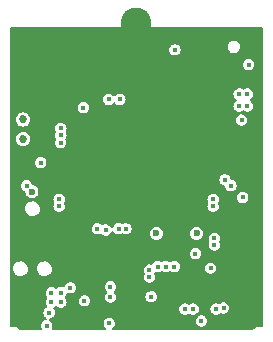
<source format=gbr>
%TF.GenerationSoftware,KiCad,Pcbnew,(7.0.0-rc2-153-g7d6218acb4)*%
%TF.CreationDate,2023-02-19T16:48:28+08:00*%
%TF.ProjectId,RAK3172-M.2-2230-Mod,52414b33-3137-4322-9d4d-2e322d323233,rev?*%
%TF.SameCoordinates,Original*%
%TF.FileFunction,Copper,L2,Inr*%
%TF.FilePolarity,Positive*%
%FSLAX46Y46*%
G04 Gerber Fmt 4.6, Leading zero omitted, Abs format (unit mm)*
G04 Created by KiCad (PCBNEW (7.0.0-rc2-153-g7d6218acb4)) date 2023-02-19 16:48:28*
%MOMM*%
%LPD*%
G01*
G04 APERTURE LIST*
%TA.AperFunction,ComponentPad*%
%ADD10C,2.600000*%
%TD*%
%TA.AperFunction,ViaPad*%
%ADD11C,0.450000*%
%TD*%
%TA.AperFunction,ViaPad*%
%ADD12C,0.600000*%
%TD*%
%TA.AperFunction,ViaPad*%
%ADD13C,0.685800*%
%TD*%
G04 APERTURE END LIST*
D10*
%TO.N,GND*%
%TO.C,H301*%
X148950000Y-80975000D03*
%TD*%
D11*
%TO.N,GND*%
X155902670Y-106680949D03*
X138750000Y-86805000D03*
X138680000Y-92735000D03*
X138650000Y-94675000D03*
X138500000Y-99195000D03*
X155700000Y-86475000D03*
X154450000Y-86475000D03*
X151950000Y-87575000D03*
X150350000Y-87575000D03*
X143750000Y-86375000D03*
X141050000Y-102975000D03*
X138950000Y-102975000D03*
X139950000Y-102975000D03*
X151050000Y-96775000D03*
X143350000Y-97475000D03*
X144350000Y-99775000D03*
X145450000Y-99875000D03*
X154450000Y-83375000D03*
X153750000Y-83375000D03*
X155850000Y-89875000D03*
X157996159Y-89931828D03*
X157996159Y-93597655D03*
X158000459Y-94913483D03*
X153250000Y-100875000D03*
X155850000Y-98375000D03*
X155850000Y-97175000D03*
X146650000Y-105575000D03*
X159250000Y-105975000D03*
X158650000Y-106475000D03*
X152550000Y-106675000D03*
X150850000Y-106675000D03*
X149450000Y-106675000D03*
X147950000Y-106675000D03*
X142450000Y-106675000D03*
X144350000Y-106675000D03*
X145050000Y-106675000D03*
X145750000Y-106675000D03*
X145950000Y-100775000D03*
D12*
X138900000Y-106125000D03*
D11*
%TO.N,DFU_~{RST}*%
X141550000Y-105475000D03*
%TO.N,CTS*%
X154450000Y-106175000D03*
%TO.N,RTS*%
X156328379Y-105077016D03*
%TO.N,CTS*%
X155550000Y-99175000D03*
%TO.N,RTS*%
X155550000Y-99775000D03*
%TO.N,F1{slash}~{CS}*%
X157850000Y-89175000D03*
X156450000Y-94225000D03*
%TO.N,TX*%
X156950000Y-94725000D03*
X157950000Y-95725000D03*
%TO.N,3.3V*%
X144456114Y-88112627D03*
%TO.N,SPI_SDI*%
X158350000Y-86975000D03*
%TO.N,SPI_SDO*%
X157650000Y-86975000D03*
X157650000Y-87975000D03*
%TO.N,SPI_SDI*%
X158350000Y-87975000D03*
%TO.N,F1{slash}~{CS}*%
X153950000Y-100475000D03*
%TO.N,PWR_EN*%
X141350000Y-106575000D03*
%TO.N,F1{slash}~{CS}*%
X146650000Y-106375000D03*
%TO.N,DFU_FC_RX*%
X155450000Y-95875000D03*
%TO.N,DFU_FC_TX*%
X155450000Y-96475000D03*
%TO.N,I2C_SCL*%
X142400000Y-96475000D03*
%TO.N,I2C_SDA*%
X142400000Y-95875000D03*
%TO.N,GND*%
X142350000Y-93025000D03*
X141750000Y-93775000D03*
D12*
%TO.N,3.3V*%
X140100000Y-95225000D03*
D11*
%TO.N,GND*%
X144350000Y-90175000D03*
X144300000Y-91925000D03*
%TO.N,DFU_~{RST}*%
X139650000Y-94725000D03*
D13*
%TO.N,3.3V*%
X139350000Y-89125000D03*
X139350000Y-90775000D03*
D11*
%TO.N,Net-(D201-A)*%
X152200000Y-83225000D03*
%TO.N,/RAK3172/PB1*%
X140850000Y-92775000D03*
%TO.N,Net-(SW201-B)*%
X158450000Y-84475000D03*
%TO.N,/RAK3172/BOOT0*%
X147550000Y-87425000D03*
%TO.N,DFU_~{RST}*%
X146600000Y-87425000D03*
%TO.N,/RAK3172/VDDRF*%
X142550000Y-90475000D03*
%TO.N,/RAK3172/VDDPA*%
X142550000Y-89875000D03*
%TO.N,3.3V*%
X142526500Y-91075000D03*
X148050000Y-98375000D03*
X147450000Y-98375000D03*
X146350001Y-98475001D03*
X145650000Y-98375000D03*
D12*
%TO.N,GND*%
X138850000Y-85575000D03*
X142050000Y-85575000D03*
X142150000Y-81975000D03*
X138850000Y-81975000D03*
X142950000Y-82075000D03*
X142750000Y-84975000D03*
X143450000Y-82775000D03*
X144350000Y-82775000D03*
X145250000Y-82775000D03*
X146150000Y-82775000D03*
X147050000Y-82775000D03*
X150250000Y-83175000D03*
X151450000Y-84275000D03*
X151750000Y-84975000D03*
X144550000Y-84675000D03*
X145450000Y-84675000D03*
X146350000Y-84675000D03*
X148550000Y-84575000D03*
X149450000Y-84575000D03*
X150150000Y-84975000D03*
%TO.N,3.3V*%
X154050000Y-98775000D03*
%TO.N,GND*%
X151150000Y-100475000D03*
X151150000Y-99775000D03*
%TO.N,/RAK3172/VDDSMPS*%
X150650000Y-98775000D03*
D11*
%TO.N,/M.2 E-Key Connector/EEPROM_WP*%
X153050000Y-105175000D03*
%TO.N,3.3V*%
X155232578Y-101725000D03*
%TO.N,GND*%
X154750000Y-103575000D03*
%TO.N,I2C_SDA*%
X155700000Y-105175000D03*
%TO.N,I2C_SCL*%
X153750000Y-105175000D03*
D12*
%TO.N,GND*%
X154750000Y-105083466D03*
D11*
%TO.N,3.3V*%
X150050000Y-102475000D03*
X150050000Y-101875000D03*
X151450000Y-101575000D03*
X152150000Y-101575000D03*
X150750000Y-101575000D03*
%TO.N,+5V*%
X144550000Y-104475000D03*
%TO.N,Net-(U401-FB)*%
X146750000Y-103275000D03*
%TO.N,/Power Supply/3.3VPG*%
X146750000Y-104175000D03*
%TO.N,PWR_EN*%
X150190000Y-104125000D03*
D12*
%TO.N,GND*%
X149960746Y-103451906D03*
D11*
X148450652Y-104960000D03*
X148450000Y-103975000D03*
%TO.N,/M.2 E-Key Connector/V_{CC}Fused*%
X143350000Y-103375000D03*
X142550000Y-103775000D03*
X142550000Y-104575000D03*
X141750000Y-104575000D03*
X141750000Y-103775000D03*
D12*
%TO.N,GND*%
X145700000Y-95225000D03*
X149450000Y-89725000D03*
X149450000Y-91475000D03*
X151200000Y-91475000D03*
X148450000Y-91475000D03*
X152200000Y-91475000D03*
X152200000Y-88725000D03*
X151200000Y-94225000D03*
X148450000Y-88725000D03*
X148450000Y-92475000D03*
X146700000Y-92475000D03*
X149450000Y-94225000D03*
X145700000Y-88725000D03*
X152200000Y-95225000D03*
X145700000Y-91475000D03*
X148450000Y-94225000D03*
X152200000Y-94225000D03*
X149450000Y-92475000D03*
X151200000Y-89725000D03*
X149450000Y-95225000D03*
X151200000Y-95225000D03*
X145700000Y-94225000D03*
X149450000Y-88725000D03*
X151200000Y-88725000D03*
X146700000Y-94225000D03*
X152200000Y-92475000D03*
X145700000Y-89725000D03*
X148450000Y-95225000D03*
X146700000Y-89725000D03*
X146700000Y-95225000D03*
X151200000Y-92475000D03*
X152200000Y-89725000D03*
X148450000Y-89725000D03*
X145700000Y-92475000D03*
X146700000Y-88725000D03*
X146700000Y-91475000D03*
%TD*%
%TA.AperFunction,Conductor*%
%TO.N,GND*%
G36*
X159586500Y-81292381D02*
G01*
X159632619Y-81338500D01*
X159649500Y-81401500D01*
X159649500Y-106548500D01*
X159632619Y-106611500D01*
X159586500Y-106657619D01*
X159523500Y-106674500D01*
X159422595Y-106674500D01*
X159375000Y-106674500D01*
X159296158Y-106674500D01*
X159290100Y-106675705D01*
X159290090Y-106675706D01*
X159147567Y-106704056D01*
X159147559Y-106704058D01*
X159141503Y-106705263D01*
X159135796Y-106707626D01*
X159135789Y-106707629D01*
X159001542Y-106763235D01*
X159001531Y-106763240D01*
X158995821Y-106765606D01*
X158990675Y-106769043D01*
X158990670Y-106769047D01*
X158869857Y-106849772D01*
X158869853Y-106849774D01*
X158864711Y-106853211D01*
X158860337Y-106857584D01*
X158860332Y-106857589D01*
X158779827Y-106938095D01*
X158738950Y-106965409D01*
X158690732Y-106975000D01*
X147032409Y-106975000D01*
X146970449Y-106958713D01*
X146924507Y-106914063D01*
X146906460Y-106852593D01*
X146920974Y-106790194D01*
X146954444Y-106753728D01*
X146952844Y-106751881D01*
X146959648Y-106745984D01*
X146967235Y-106741109D01*
X147057529Y-106636903D01*
X147114808Y-106511480D01*
X147134431Y-106375000D01*
X147114808Y-106238520D01*
X147085799Y-106175000D01*
X153965569Y-106175000D01*
X153985192Y-106311480D01*
X153988934Y-106319674D01*
X153988935Y-106319677D01*
X154018276Y-106383923D01*
X154042471Y-106436903D01*
X154132765Y-106541109D01*
X154140348Y-106545982D01*
X154140349Y-106545983D01*
X154241175Y-106610780D01*
X154241177Y-106610781D01*
X154248760Y-106615654D01*
X154381058Y-106654500D01*
X154509933Y-106654500D01*
X154518942Y-106654500D01*
X154651240Y-106615654D01*
X154767235Y-106541109D01*
X154857529Y-106436903D01*
X154914808Y-106311480D01*
X154934431Y-106175000D01*
X154914808Y-106038520D01*
X154857529Y-105913097D01*
X154767235Y-105808891D01*
X154759651Y-105804017D01*
X154759650Y-105804016D01*
X154658824Y-105739219D01*
X154658819Y-105739216D01*
X154651240Y-105734346D01*
X154632028Y-105728705D01*
X154527586Y-105698038D01*
X154527585Y-105698037D01*
X154518942Y-105695500D01*
X154381058Y-105695500D01*
X154372415Y-105698037D01*
X154372413Y-105698038D01*
X154257409Y-105731806D01*
X154257406Y-105731807D01*
X154248760Y-105734346D01*
X154241183Y-105739215D01*
X154241175Y-105739219D01*
X154140349Y-105804016D01*
X154140344Y-105804020D01*
X154132765Y-105808891D01*
X154126863Y-105815701D01*
X154126862Y-105815703D01*
X154048372Y-105906286D01*
X154048369Y-105906289D01*
X154042471Y-105913097D01*
X154038728Y-105921291D01*
X154038727Y-105921294D01*
X153988935Y-106030322D01*
X153988933Y-106030327D01*
X153985192Y-106038520D01*
X153965569Y-106175000D01*
X147085799Y-106175000D01*
X147057529Y-106113097D01*
X146967235Y-106008891D01*
X146959651Y-106004017D01*
X146959650Y-106004016D01*
X146858824Y-105939219D01*
X146858819Y-105939216D01*
X146851240Y-105934346D01*
X146836251Y-105929945D01*
X146727586Y-105898038D01*
X146727585Y-105898037D01*
X146718942Y-105895500D01*
X146581058Y-105895500D01*
X146572415Y-105898037D01*
X146572413Y-105898038D01*
X146457409Y-105931806D01*
X146457406Y-105931807D01*
X146448760Y-105934346D01*
X146441183Y-105939215D01*
X146441175Y-105939219D01*
X146340349Y-106004016D01*
X146340344Y-106004020D01*
X146332765Y-106008891D01*
X146326863Y-106015701D01*
X146326862Y-106015703D01*
X146248372Y-106106286D01*
X146248369Y-106106289D01*
X146242471Y-106113097D01*
X146238728Y-106121291D01*
X146238727Y-106121294D01*
X146188935Y-106230322D01*
X146188933Y-106230327D01*
X146185192Y-106238520D01*
X146165569Y-106375000D01*
X146185192Y-106511480D01*
X146188934Y-106519674D01*
X146188935Y-106519677D01*
X146218276Y-106583923D01*
X146242471Y-106636903D01*
X146332765Y-106741109D01*
X146340350Y-106745983D01*
X146347156Y-106751881D01*
X146345555Y-106753728D01*
X146379026Y-106790194D01*
X146393540Y-106852593D01*
X146375493Y-106914063D01*
X146329551Y-106958713D01*
X146267591Y-106975000D01*
X141890522Y-106975000D01*
X141830136Y-106959587D01*
X141784524Y-106917120D01*
X141764843Y-106857988D01*
X141775909Y-106796657D01*
X141811063Y-106719680D01*
X141814808Y-106711480D01*
X141834431Y-106575000D01*
X141814808Y-106438520D01*
X141757529Y-106313097D01*
X141667235Y-106208891D01*
X141612489Y-106173708D01*
X141572711Y-106132777D01*
X141555073Y-106078493D01*
X141563196Y-106021997D01*
X141595413Y-105974881D01*
X141645111Y-105946816D01*
X141751240Y-105915654D01*
X141867235Y-105841109D01*
X141957529Y-105736903D01*
X142014808Y-105611480D01*
X142034431Y-105475000D01*
X142014808Y-105338520D01*
X141957529Y-105213097D01*
X141940612Y-105193574D01*
X141930470Y-105175000D01*
X152565569Y-105175000D01*
X152585192Y-105311480D01*
X152588934Y-105319674D01*
X152588935Y-105319677D01*
X152597723Y-105338919D01*
X152642471Y-105436903D01*
X152732765Y-105541109D01*
X152740348Y-105545982D01*
X152740349Y-105545983D01*
X152841175Y-105610780D01*
X152841177Y-105610781D01*
X152848760Y-105615654D01*
X152981058Y-105654500D01*
X153109933Y-105654500D01*
X153118942Y-105654500D01*
X153251240Y-105615654D01*
X153331881Y-105563829D01*
X153400000Y-105543828D01*
X153468118Y-105563829D01*
X153548760Y-105615654D01*
X153681058Y-105654500D01*
X153809933Y-105654500D01*
X153818942Y-105654500D01*
X153951240Y-105615654D01*
X154067235Y-105541109D01*
X154157529Y-105436903D01*
X154214808Y-105311480D01*
X154234431Y-105175000D01*
X155215569Y-105175000D01*
X155235192Y-105311480D01*
X155238934Y-105319674D01*
X155238935Y-105319677D01*
X155247723Y-105338919D01*
X155292471Y-105436903D01*
X155382765Y-105541109D01*
X155390348Y-105545982D01*
X155390349Y-105545983D01*
X155491175Y-105610780D01*
X155491177Y-105610781D01*
X155498760Y-105615654D01*
X155631058Y-105654500D01*
X155759933Y-105654500D01*
X155768942Y-105654500D01*
X155901240Y-105615654D01*
X156017235Y-105541109D01*
X156017377Y-105541330D01*
X156067524Y-105516229D01*
X156129805Y-105518452D01*
X156259437Y-105556516D01*
X156388312Y-105556516D01*
X156397321Y-105556516D01*
X156529619Y-105517670D01*
X156645614Y-105443125D01*
X156735908Y-105338919D01*
X156793187Y-105213496D01*
X156812810Y-105077016D01*
X156793187Y-104940536D01*
X156735908Y-104815113D01*
X156645614Y-104710907D01*
X156638030Y-104706033D01*
X156638029Y-104706032D01*
X156537203Y-104641235D01*
X156537198Y-104641232D01*
X156529619Y-104636362D01*
X156444878Y-104611480D01*
X156405965Y-104600054D01*
X156405964Y-104600053D01*
X156397321Y-104597516D01*
X156259437Y-104597516D01*
X156250794Y-104600053D01*
X156250792Y-104600054D01*
X156135788Y-104633822D01*
X156135785Y-104633823D01*
X156127139Y-104636362D01*
X156119562Y-104641231D01*
X156119554Y-104641235D01*
X156018719Y-104706038D01*
X156018715Y-104706041D01*
X156013201Y-104709584D01*
X156013193Y-104709589D01*
X156011144Y-104710907D01*
X156011002Y-104710686D01*
X155960847Y-104735788D01*
X155898572Y-104733562D01*
X155777586Y-104698038D01*
X155777585Y-104698037D01*
X155768942Y-104695500D01*
X155631058Y-104695500D01*
X155622415Y-104698037D01*
X155622413Y-104698038D01*
X155507409Y-104731806D01*
X155507406Y-104731807D01*
X155498760Y-104734346D01*
X155491183Y-104739215D01*
X155491175Y-104739219D01*
X155390349Y-104804016D01*
X155390344Y-104804020D01*
X155382765Y-104808891D01*
X155376863Y-104815701D01*
X155376862Y-104815703D01*
X155298372Y-104906286D01*
X155298369Y-104906289D01*
X155292471Y-104913097D01*
X155288728Y-104921291D01*
X155288727Y-104921294D01*
X155238935Y-105030322D01*
X155238933Y-105030327D01*
X155235192Y-105038520D01*
X155215569Y-105175000D01*
X154234431Y-105175000D01*
X154214808Y-105038520D01*
X154157529Y-104913097D01*
X154067235Y-104808891D01*
X154059651Y-104804017D01*
X154059650Y-104804016D01*
X153958824Y-104739219D01*
X153958819Y-104739216D01*
X153951240Y-104734346D01*
X153932028Y-104728705D01*
X153827586Y-104698038D01*
X153827585Y-104698037D01*
X153818942Y-104695500D01*
X153681058Y-104695500D01*
X153672415Y-104698037D01*
X153672413Y-104698038D01*
X153557409Y-104731806D01*
X153557406Y-104731807D01*
X153548760Y-104734346D01*
X153541178Y-104739218D01*
X153541177Y-104739219D01*
X153468118Y-104786170D01*
X153399998Y-104806171D01*
X153331879Y-104786169D01*
X153258824Y-104739219D01*
X153258819Y-104739216D01*
X153251240Y-104734346D01*
X153232028Y-104728705D01*
X153127586Y-104698038D01*
X153127585Y-104698037D01*
X153118942Y-104695500D01*
X152981058Y-104695500D01*
X152972415Y-104698037D01*
X152972413Y-104698038D01*
X152857409Y-104731806D01*
X152857406Y-104731807D01*
X152848760Y-104734346D01*
X152841183Y-104739215D01*
X152841175Y-104739219D01*
X152740349Y-104804016D01*
X152740344Y-104804020D01*
X152732765Y-104808891D01*
X152726863Y-104815701D01*
X152726862Y-104815703D01*
X152648372Y-104906286D01*
X152648369Y-104906289D01*
X152642471Y-104913097D01*
X152638728Y-104921291D01*
X152638727Y-104921294D01*
X152588935Y-105030322D01*
X152588933Y-105030327D01*
X152585192Y-105038520D01*
X152565569Y-105175000D01*
X141930470Y-105175000D01*
X141914941Y-105146561D01*
X141911120Y-105093130D01*
X141929839Y-105042941D01*
X141967711Y-105005068D01*
X142067235Y-104941109D01*
X142070032Y-104937880D01*
X142120294Y-104911969D01*
X142179706Y-104911969D01*
X142229967Y-104937880D01*
X142232765Y-104941109D01*
X142249651Y-104951961D01*
X142341175Y-105010780D01*
X142341177Y-105010781D01*
X142348760Y-105015654D01*
X142481058Y-105054500D01*
X142609933Y-105054500D01*
X142618942Y-105054500D01*
X142751240Y-105015654D01*
X142867235Y-104941109D01*
X142957529Y-104836903D01*
X143014808Y-104711480D01*
X143034431Y-104575000D01*
X143020053Y-104475000D01*
X144065569Y-104475000D01*
X144085192Y-104611480D01*
X144088934Y-104619674D01*
X144088935Y-104619677D01*
X144128375Y-104706038D01*
X144142471Y-104736903D01*
X144232765Y-104841109D01*
X144240348Y-104845982D01*
X144240349Y-104845983D01*
X144341175Y-104910780D01*
X144341177Y-104910781D01*
X144348760Y-104915654D01*
X144481058Y-104954500D01*
X144609933Y-104954500D01*
X144618942Y-104954500D01*
X144751240Y-104915654D01*
X144867235Y-104841109D01*
X144957529Y-104736903D01*
X145014808Y-104611480D01*
X145034431Y-104475000D01*
X145014808Y-104338520D01*
X144957529Y-104213097D01*
X144924518Y-104175000D01*
X146265569Y-104175000D01*
X146285192Y-104311480D01*
X146288934Y-104319674D01*
X146288935Y-104319677D01*
X146322747Y-104393713D01*
X146342471Y-104436903D01*
X146432765Y-104541109D01*
X146440348Y-104545982D01*
X146440349Y-104545983D01*
X146541175Y-104610780D01*
X146541177Y-104610781D01*
X146548760Y-104615654D01*
X146681058Y-104654500D01*
X146809933Y-104654500D01*
X146818942Y-104654500D01*
X146951240Y-104615654D01*
X147067235Y-104541109D01*
X147157529Y-104436903D01*
X147214808Y-104311480D01*
X147234431Y-104175000D01*
X147227242Y-104125000D01*
X149705569Y-104125000D01*
X149725192Y-104261480D01*
X149728934Y-104269674D01*
X149728935Y-104269677D01*
X149778727Y-104378705D01*
X149782471Y-104386903D01*
X149872765Y-104491109D01*
X149880348Y-104495982D01*
X149880349Y-104495983D01*
X149981175Y-104560780D01*
X149981177Y-104560781D01*
X149988760Y-104565654D01*
X150121058Y-104604500D01*
X150249933Y-104604500D01*
X150258942Y-104604500D01*
X150391240Y-104565654D01*
X150507235Y-104491109D01*
X150597529Y-104386903D01*
X150654808Y-104261480D01*
X150674431Y-104125000D01*
X150654808Y-103988520D01*
X150597529Y-103863097D01*
X150507235Y-103758891D01*
X150499651Y-103754017D01*
X150499650Y-103754016D01*
X150398824Y-103689219D01*
X150398819Y-103689216D01*
X150391240Y-103684346D01*
X150351400Y-103672648D01*
X150267586Y-103648038D01*
X150267585Y-103648037D01*
X150258942Y-103645500D01*
X150121058Y-103645500D01*
X150112415Y-103648037D01*
X150112413Y-103648038D01*
X149997409Y-103681806D01*
X149997406Y-103681807D01*
X149988760Y-103684346D01*
X149981183Y-103689215D01*
X149981175Y-103689219D01*
X149880349Y-103754016D01*
X149880344Y-103754020D01*
X149872765Y-103758891D01*
X149866863Y-103765701D01*
X149866862Y-103765703D01*
X149788372Y-103856286D01*
X149788369Y-103856289D01*
X149782471Y-103863097D01*
X149778728Y-103871291D01*
X149778727Y-103871294D01*
X149728935Y-103980322D01*
X149728933Y-103980327D01*
X149725192Y-103988520D01*
X149723909Y-103997440D01*
X149723909Y-103997442D01*
X149717256Y-104043713D01*
X149705569Y-104125000D01*
X147227242Y-104125000D01*
X147214808Y-104038520D01*
X147157529Y-103913097D01*
X147067235Y-103808891D01*
X147067234Y-103808891D01*
X147068836Y-103807503D01*
X147046259Y-103777352D01*
X147034868Y-103725000D01*
X147046259Y-103672648D01*
X147068836Y-103642496D01*
X147067235Y-103641109D01*
X147077983Y-103628705D01*
X147157529Y-103536903D01*
X147214808Y-103411480D01*
X147234431Y-103275000D01*
X147214808Y-103138520D01*
X147157529Y-103013097D01*
X147067235Y-102908891D01*
X147059651Y-102904017D01*
X147059650Y-102904016D01*
X146958824Y-102839219D01*
X146958819Y-102839216D01*
X146951240Y-102834346D01*
X146818942Y-102795500D01*
X146681058Y-102795500D01*
X146672415Y-102798037D01*
X146672413Y-102798038D01*
X146557409Y-102831806D01*
X146557406Y-102831807D01*
X146548760Y-102834346D01*
X146541183Y-102839215D01*
X146541175Y-102839219D01*
X146440349Y-102904016D01*
X146440344Y-102904020D01*
X146432765Y-102908891D01*
X146426863Y-102915701D01*
X146426862Y-102915703D01*
X146348372Y-103006286D01*
X146348369Y-103006289D01*
X146342471Y-103013097D01*
X146338728Y-103021291D01*
X146338727Y-103021294D01*
X146288935Y-103130322D01*
X146288933Y-103130327D01*
X146285192Y-103138520D01*
X146265569Y-103275000D01*
X146285192Y-103411480D01*
X146288934Y-103419674D01*
X146288935Y-103419677D01*
X146338727Y-103528705D01*
X146342471Y-103536903D01*
X146348372Y-103543713D01*
X146432765Y-103641109D01*
X146430302Y-103643242D01*
X146460029Y-103689507D01*
X146460029Y-103760493D01*
X146430302Y-103806757D01*
X146432765Y-103808891D01*
X146348372Y-103906286D01*
X146348369Y-103906289D01*
X146342471Y-103913097D01*
X146338728Y-103921291D01*
X146338727Y-103921294D01*
X146288935Y-104030322D01*
X146288933Y-104030327D01*
X146285192Y-104038520D01*
X146283909Y-104047440D01*
X146283909Y-104047442D01*
X146275775Y-104104016D01*
X146265569Y-104175000D01*
X144924518Y-104175000D01*
X144867235Y-104108891D01*
X144859651Y-104104017D01*
X144859650Y-104104016D01*
X144758824Y-104039219D01*
X144758819Y-104039216D01*
X144751240Y-104034346D01*
X144737535Y-104030322D01*
X144627586Y-103998038D01*
X144627585Y-103998037D01*
X144618942Y-103995500D01*
X144481058Y-103995500D01*
X144472415Y-103998037D01*
X144472413Y-103998038D01*
X144357409Y-104031806D01*
X144357406Y-104031807D01*
X144348760Y-104034346D01*
X144341183Y-104039215D01*
X144341175Y-104039219D01*
X144240349Y-104104016D01*
X144240344Y-104104020D01*
X144232765Y-104108891D01*
X144226863Y-104115701D01*
X144226862Y-104115703D01*
X144148372Y-104206286D01*
X144148369Y-104206289D01*
X144142471Y-104213097D01*
X144138728Y-104221291D01*
X144138727Y-104221294D01*
X144088935Y-104330322D01*
X144088933Y-104330327D01*
X144085192Y-104338520D01*
X144083909Y-104347440D01*
X144083909Y-104347442D01*
X144077256Y-104393713D01*
X144065569Y-104475000D01*
X143020053Y-104475000D01*
X143014808Y-104438520D01*
X142957529Y-104313097D01*
X142909363Y-104257510D01*
X142882141Y-104204706D01*
X142882141Y-104145294D01*
X142909363Y-104092489D01*
X142957529Y-104036903D01*
X143014808Y-103911480D01*
X143015600Y-103905969D01*
X143048559Y-103851893D01*
X143105804Y-103820634D01*
X143171005Y-103822185D01*
X143281058Y-103854500D01*
X143409933Y-103854500D01*
X143418942Y-103854500D01*
X143551240Y-103815654D01*
X143667235Y-103741109D01*
X143757529Y-103636903D01*
X143814808Y-103511480D01*
X143834431Y-103375000D01*
X143814808Y-103238520D01*
X143757529Y-103113097D01*
X143667235Y-103008891D01*
X143659651Y-103004017D01*
X143659650Y-103004016D01*
X143558824Y-102939219D01*
X143558819Y-102939216D01*
X143551240Y-102934346D01*
X143487747Y-102915703D01*
X143427586Y-102898038D01*
X143427585Y-102898037D01*
X143418942Y-102895500D01*
X143281058Y-102895500D01*
X143272415Y-102898037D01*
X143272413Y-102898038D01*
X143157409Y-102931806D01*
X143157406Y-102931807D01*
X143148760Y-102934346D01*
X143141183Y-102939215D01*
X143141175Y-102939219D01*
X143040349Y-103004016D01*
X143040344Y-103004020D01*
X143032765Y-103008891D01*
X143026863Y-103015701D01*
X143026862Y-103015703D01*
X142948372Y-103106286D01*
X142948369Y-103106289D01*
X142942471Y-103113097D01*
X142938728Y-103121291D01*
X142938727Y-103121294D01*
X142888933Y-103230327D01*
X142888931Y-103230330D01*
X142885192Y-103238520D01*
X142884399Y-103244031D01*
X142851437Y-103298109D01*
X142794193Y-103329365D01*
X142728990Y-103327813D01*
X142665804Y-103309259D01*
X142627586Y-103298038D01*
X142627585Y-103298037D01*
X142618942Y-103295500D01*
X142481058Y-103295500D01*
X142472415Y-103298037D01*
X142472413Y-103298038D01*
X142357409Y-103331806D01*
X142357406Y-103331807D01*
X142348760Y-103334346D01*
X142341183Y-103339215D01*
X142341175Y-103339219D01*
X142240348Y-103404017D01*
X142240344Y-103404019D01*
X142232765Y-103408891D01*
X142229967Y-103412119D01*
X142179706Y-103438031D01*
X142120294Y-103438031D01*
X142070032Y-103412119D01*
X142067235Y-103408891D01*
X142028384Y-103383923D01*
X141958824Y-103339219D01*
X141958819Y-103339216D01*
X141951240Y-103334346D01*
X141934276Y-103329365D01*
X141827586Y-103298038D01*
X141827585Y-103298037D01*
X141818942Y-103295500D01*
X141681058Y-103295500D01*
X141672415Y-103298037D01*
X141672413Y-103298038D01*
X141557409Y-103331806D01*
X141557406Y-103331807D01*
X141548760Y-103334346D01*
X141541183Y-103339215D01*
X141541175Y-103339219D01*
X141440349Y-103404016D01*
X141440344Y-103404020D01*
X141432765Y-103408891D01*
X141426863Y-103415701D01*
X141426862Y-103415703D01*
X141348372Y-103506286D01*
X141348369Y-103506289D01*
X141342471Y-103513097D01*
X141338728Y-103521291D01*
X141338727Y-103521294D01*
X141288935Y-103630322D01*
X141288933Y-103630327D01*
X141285192Y-103638520D01*
X141283909Y-103647440D01*
X141283909Y-103647442D01*
X141277861Y-103689507D01*
X141265569Y-103775000D01*
X141285192Y-103911480D01*
X141288934Y-103919674D01*
X141288935Y-103919677D01*
X141324722Y-103998038D01*
X141342471Y-104036903D01*
X141348372Y-104043713D01*
X141390635Y-104092488D01*
X141417858Y-104145295D01*
X141417858Y-104204705D01*
X141390635Y-104257512D01*
X141348372Y-104306286D01*
X141348369Y-104306289D01*
X141342471Y-104313097D01*
X141338728Y-104321291D01*
X141338727Y-104321294D01*
X141288935Y-104430322D01*
X141288933Y-104430327D01*
X141285192Y-104438520D01*
X141265569Y-104575000D01*
X141285192Y-104711480D01*
X141288934Y-104719674D01*
X141288935Y-104719677D01*
X141296293Y-104735788D01*
X141342471Y-104836903D01*
X141348372Y-104843713D01*
X141359386Y-104856424D01*
X141385058Y-104903438D01*
X141388880Y-104956868D01*
X141370160Y-105007057D01*
X141332283Y-105044935D01*
X141296248Y-105068093D01*
X141232765Y-105108891D01*
X141226863Y-105115701D01*
X141226862Y-105115703D01*
X141148372Y-105206286D01*
X141148369Y-105206289D01*
X141142471Y-105213097D01*
X141138728Y-105221291D01*
X141138727Y-105221294D01*
X141088935Y-105330322D01*
X141088933Y-105330327D01*
X141085192Y-105338520D01*
X141065569Y-105475000D01*
X141085192Y-105611480D01*
X141088934Y-105619674D01*
X141088935Y-105619677D01*
X141123563Y-105695500D01*
X141142471Y-105736903D01*
X141232765Y-105841109D01*
X141240348Y-105845982D01*
X141240349Y-105845983D01*
X141287508Y-105876290D01*
X141334001Y-105929945D01*
X141344106Y-106000219D01*
X141314613Y-106064800D01*
X141254887Y-106103184D01*
X141157408Y-106131806D01*
X141157403Y-106131808D01*
X141148760Y-106134346D01*
X141141183Y-106139215D01*
X141141175Y-106139219D01*
X141040349Y-106204016D01*
X141040346Y-106204019D01*
X141032765Y-106208891D01*
X141026863Y-106215701D01*
X141026862Y-106215703D01*
X140948372Y-106306286D01*
X140948369Y-106306289D01*
X140942471Y-106313097D01*
X140938728Y-106321291D01*
X140938727Y-106321294D01*
X140888935Y-106430322D01*
X140888933Y-106430327D01*
X140885192Y-106438520D01*
X140865569Y-106575000D01*
X140885192Y-106711480D01*
X140888934Y-106719674D01*
X140888936Y-106719680D01*
X140924091Y-106796657D01*
X140935157Y-106857988D01*
X140915476Y-106917120D01*
X140869864Y-106959587D01*
X140809478Y-106975000D01*
X139209268Y-106975000D01*
X139161050Y-106965409D01*
X139120173Y-106938095D01*
X139039667Y-106857589D01*
X139035289Y-106853211D01*
X138904179Y-106765606D01*
X138898464Y-106763238D01*
X138898457Y-106763235D01*
X138764210Y-106707629D01*
X138764206Y-106707627D01*
X138758497Y-106705263D01*
X138752437Y-106704057D01*
X138752432Y-106704056D01*
X138609909Y-106675706D01*
X138609900Y-106675705D01*
X138603842Y-106674500D01*
X138597655Y-106674500D01*
X138376500Y-106674500D01*
X138313500Y-106657619D01*
X138267381Y-106611500D01*
X138250500Y-106548500D01*
X138250500Y-102475000D01*
X149565569Y-102475000D01*
X149585192Y-102611480D01*
X149642471Y-102736903D01*
X149732765Y-102841109D01*
X149740348Y-102845982D01*
X149740349Y-102845983D01*
X149841175Y-102910780D01*
X149841177Y-102910781D01*
X149848760Y-102915654D01*
X149981058Y-102954500D01*
X150109933Y-102954500D01*
X150118942Y-102954500D01*
X150251240Y-102915654D01*
X150367235Y-102841109D01*
X150457529Y-102736903D01*
X150514808Y-102611480D01*
X150534431Y-102475000D01*
X150514808Y-102338520D01*
X150505446Y-102318021D01*
X150464035Y-102227343D01*
X150452648Y-102175001D01*
X150464034Y-102122659D01*
X150471786Y-102105683D01*
X150508511Y-102058983D01*
X150562554Y-102034302D01*
X150621897Y-102037128D01*
X150681058Y-102054500D01*
X150809933Y-102054500D01*
X150818942Y-102054500D01*
X150951240Y-102015654D01*
X151031881Y-101963829D01*
X151100000Y-101943828D01*
X151168118Y-101963829D01*
X151248760Y-102015654D01*
X151381058Y-102054500D01*
X151509933Y-102054500D01*
X151518942Y-102054500D01*
X151651240Y-102015654D01*
X151731881Y-101963829D01*
X151800000Y-101943828D01*
X151868118Y-101963829D01*
X151948760Y-102015654D01*
X152081058Y-102054500D01*
X152209933Y-102054500D01*
X152218942Y-102054500D01*
X152351240Y-102015654D01*
X152467235Y-101941109D01*
X152557529Y-101836903D01*
X152608634Y-101725000D01*
X154748147Y-101725000D01*
X154767770Y-101861480D01*
X154771512Y-101869674D01*
X154771513Y-101869677D01*
X154812299Y-101958985D01*
X154825049Y-101986903D01*
X154915343Y-102091109D01*
X154922926Y-102095982D01*
X154922927Y-102095983D01*
X155023753Y-102160780D01*
X155023755Y-102160781D01*
X155031338Y-102165654D01*
X155163636Y-102204500D01*
X155292511Y-102204500D01*
X155301520Y-102204500D01*
X155433818Y-102165654D01*
X155549813Y-102091109D01*
X155640107Y-101986903D01*
X155697386Y-101861480D01*
X155717009Y-101725000D01*
X155697386Y-101588520D01*
X155640107Y-101463097D01*
X155549813Y-101358891D01*
X155542229Y-101354017D01*
X155542228Y-101354016D01*
X155441402Y-101289219D01*
X155441397Y-101289216D01*
X155433818Y-101284346D01*
X155341162Y-101257140D01*
X155310164Y-101248038D01*
X155310163Y-101248037D01*
X155301520Y-101245500D01*
X155163636Y-101245500D01*
X155154993Y-101248037D01*
X155154991Y-101248038D01*
X155039987Y-101281806D01*
X155039984Y-101281807D01*
X155031338Y-101284346D01*
X155023761Y-101289215D01*
X155023753Y-101289219D01*
X154922927Y-101354016D01*
X154922922Y-101354020D01*
X154915343Y-101358891D01*
X154909441Y-101365701D01*
X154909440Y-101365703D01*
X154830950Y-101456286D01*
X154830947Y-101456289D01*
X154825049Y-101463097D01*
X154821306Y-101471291D01*
X154821305Y-101471294D01*
X154771513Y-101580322D01*
X154771511Y-101580327D01*
X154767770Y-101588520D01*
X154766487Y-101597440D01*
X154766487Y-101597442D01*
X154764236Y-101613097D01*
X154748147Y-101725000D01*
X152608634Y-101725000D01*
X152614808Y-101711480D01*
X152634431Y-101575000D01*
X152614808Y-101438520D01*
X152557529Y-101313097D01*
X152467235Y-101208891D01*
X152459651Y-101204017D01*
X152459650Y-101204016D01*
X152358824Y-101139219D01*
X152358819Y-101139216D01*
X152351240Y-101134346D01*
X152218942Y-101095500D01*
X152081058Y-101095500D01*
X152072415Y-101098037D01*
X152072413Y-101098038D01*
X151957409Y-101131806D01*
X151957406Y-101131807D01*
X151948760Y-101134346D01*
X151941181Y-101139216D01*
X151941180Y-101139217D01*
X151889274Y-101172574D01*
X151869706Y-101185151D01*
X151868120Y-101186170D01*
X151800000Y-101206171D01*
X151731880Y-101186170D01*
X151651240Y-101134346D01*
X151518942Y-101095500D01*
X151381058Y-101095500D01*
X151372415Y-101098037D01*
X151372413Y-101098038D01*
X151257409Y-101131806D01*
X151257406Y-101131807D01*
X151248760Y-101134346D01*
X151241181Y-101139216D01*
X151241180Y-101139217D01*
X151189274Y-101172574D01*
X151169706Y-101185151D01*
X151168120Y-101186170D01*
X151100000Y-101206171D01*
X151031880Y-101186170D01*
X150951240Y-101134346D01*
X150818942Y-101095500D01*
X150681058Y-101095500D01*
X150672415Y-101098037D01*
X150672413Y-101098038D01*
X150557409Y-101131806D01*
X150557406Y-101131807D01*
X150548760Y-101134346D01*
X150541183Y-101139215D01*
X150541175Y-101139219D01*
X150440349Y-101204016D01*
X150440344Y-101204020D01*
X150432765Y-101208891D01*
X150426863Y-101215701D01*
X150426862Y-101215703D01*
X150348372Y-101306286D01*
X150348369Y-101306289D01*
X150342471Y-101313097D01*
X150338730Y-101321287D01*
X150338727Y-101321293D01*
X150328212Y-101344319D01*
X150291486Y-101391017D01*
X150237445Y-101415697D01*
X150178102Y-101412870D01*
X150127589Y-101398038D01*
X150127582Y-101398037D01*
X150118942Y-101395500D01*
X149981058Y-101395500D01*
X149972415Y-101398037D01*
X149972413Y-101398038D01*
X149857409Y-101431806D01*
X149857406Y-101431807D01*
X149848760Y-101434346D01*
X149841183Y-101439215D01*
X149841175Y-101439219D01*
X149740349Y-101504016D01*
X149740344Y-101504020D01*
X149732765Y-101508891D01*
X149726863Y-101515701D01*
X149726862Y-101515703D01*
X149648372Y-101606286D01*
X149648369Y-101606289D01*
X149642471Y-101613097D01*
X149638728Y-101621291D01*
X149638727Y-101621294D01*
X149588935Y-101730322D01*
X149588933Y-101730327D01*
X149585192Y-101738520D01*
X149565569Y-101875000D01*
X149566852Y-101883923D01*
X149582869Y-101995327D01*
X149585192Y-102011480D01*
X149588933Y-102019672D01*
X149588935Y-102019678D01*
X149635965Y-102122658D01*
X149647351Y-102175000D01*
X149635965Y-102227342D01*
X149588935Y-102330321D01*
X149588932Y-102330329D01*
X149585192Y-102338520D01*
X149583909Y-102347440D01*
X149583909Y-102347442D01*
X149570632Y-102439785D01*
X149565569Y-102475000D01*
X138250500Y-102475000D01*
X138250500Y-101725583D01*
X138507489Y-101725583D01*
X138507986Y-101733487D01*
X138507986Y-101733493D01*
X138516554Y-101869677D01*
X138517369Y-101882629D01*
X138519818Y-101890166D01*
X138563545Y-102024745D01*
X138563547Y-102024750D01*
X138565995Y-102032283D01*
X138570240Y-102038972D01*
X138613708Y-102107468D01*
X138650310Y-102165143D01*
X138656089Y-102170569D01*
X138656090Y-102170571D01*
X138692221Y-102204500D01*
X138765018Y-102272860D01*
X138902910Y-102348667D01*
X139055322Y-102387800D01*
X139169224Y-102387800D01*
X139173183Y-102387800D01*
X139290115Y-102373028D01*
X139436421Y-102315102D01*
X139563724Y-102222610D01*
X139664027Y-102101365D01*
X139731026Y-101958985D01*
X139760511Y-101804417D01*
X139755551Y-101725583D01*
X140539489Y-101725583D01*
X140539986Y-101733487D01*
X140539986Y-101733493D01*
X140548554Y-101869677D01*
X140549369Y-101882629D01*
X140551818Y-101890166D01*
X140595545Y-102024745D01*
X140595547Y-102024750D01*
X140597995Y-102032283D01*
X140602240Y-102038972D01*
X140645708Y-102107468D01*
X140682310Y-102165143D01*
X140688089Y-102170569D01*
X140688090Y-102170571D01*
X140724221Y-102204500D01*
X140797018Y-102272860D01*
X140934910Y-102348667D01*
X141087322Y-102387800D01*
X141201224Y-102387800D01*
X141205183Y-102387800D01*
X141322115Y-102373028D01*
X141468421Y-102315102D01*
X141595724Y-102222610D01*
X141696027Y-102101365D01*
X141763026Y-101958985D01*
X141792511Y-101804417D01*
X141782631Y-101647371D01*
X141734005Y-101497717D01*
X141649690Y-101364857D01*
X141638145Y-101354016D01*
X141540758Y-101262564D01*
X141534982Y-101257140D01*
X141459609Y-101215703D01*
X141404036Y-101185151D01*
X141404032Y-101185149D01*
X141397090Y-101181333D01*
X141389415Y-101179362D01*
X141389409Y-101179360D01*
X141252357Y-101144171D01*
X141252352Y-101144170D01*
X141244678Y-101142200D01*
X141126817Y-101142200D01*
X141122896Y-101142695D01*
X141122885Y-101142696D01*
X141017752Y-101155978D01*
X141017750Y-101155978D01*
X141009885Y-101156972D01*
X141002518Y-101159888D01*
X141002513Y-101159890D01*
X140870953Y-101211978D01*
X140870950Y-101211979D01*
X140863579Y-101214898D01*
X140857166Y-101219557D01*
X140857163Y-101219559D01*
X140742689Y-101302730D01*
X140742686Y-101302732D01*
X140736276Y-101307390D01*
X140731230Y-101313488D01*
X140731224Y-101313495D01*
X140641022Y-101422531D01*
X140641019Y-101422534D01*
X140635973Y-101428635D01*
X140632600Y-101435802D01*
X140632598Y-101435806D01*
X140572349Y-101563841D01*
X140572347Y-101563846D01*
X140568974Y-101571015D01*
X140567489Y-101578797D01*
X140567488Y-101578802D01*
X140552899Y-101655282D01*
X140539489Y-101725583D01*
X139755551Y-101725583D01*
X139750631Y-101647371D01*
X139702005Y-101497717D01*
X139617690Y-101364857D01*
X139606145Y-101354016D01*
X139508758Y-101262564D01*
X139502982Y-101257140D01*
X139427609Y-101215703D01*
X139372036Y-101185151D01*
X139372032Y-101185149D01*
X139365090Y-101181333D01*
X139357415Y-101179362D01*
X139357409Y-101179360D01*
X139220357Y-101144171D01*
X139220352Y-101144170D01*
X139212678Y-101142200D01*
X139094817Y-101142200D01*
X139090896Y-101142695D01*
X139090885Y-101142696D01*
X138985752Y-101155978D01*
X138985750Y-101155978D01*
X138977885Y-101156972D01*
X138970518Y-101159888D01*
X138970513Y-101159890D01*
X138838953Y-101211978D01*
X138838950Y-101211979D01*
X138831579Y-101214898D01*
X138825166Y-101219557D01*
X138825163Y-101219559D01*
X138710689Y-101302730D01*
X138710686Y-101302732D01*
X138704276Y-101307390D01*
X138699230Y-101313488D01*
X138699224Y-101313495D01*
X138609022Y-101422531D01*
X138609019Y-101422534D01*
X138603973Y-101428635D01*
X138600600Y-101435802D01*
X138600598Y-101435806D01*
X138540349Y-101563841D01*
X138540347Y-101563846D01*
X138536974Y-101571015D01*
X138535489Y-101578797D01*
X138535488Y-101578802D01*
X138520899Y-101655282D01*
X138507489Y-101725583D01*
X138250500Y-101725583D01*
X138250500Y-100475000D01*
X153465569Y-100475000D01*
X153485192Y-100611480D01*
X153542471Y-100736903D01*
X153632765Y-100841109D01*
X153640348Y-100845982D01*
X153640349Y-100845983D01*
X153741175Y-100910780D01*
X153741177Y-100910781D01*
X153748760Y-100915654D01*
X153881058Y-100954500D01*
X154009933Y-100954500D01*
X154018942Y-100954500D01*
X154151240Y-100915654D01*
X154267235Y-100841109D01*
X154357529Y-100736903D01*
X154414808Y-100611480D01*
X154434431Y-100475000D01*
X154414808Y-100338520D01*
X154357529Y-100213097D01*
X154267235Y-100108891D01*
X154259651Y-100104017D01*
X154259650Y-100104016D01*
X154158824Y-100039219D01*
X154158819Y-100039216D01*
X154151240Y-100034346D01*
X154132028Y-100028705D01*
X154027586Y-99998038D01*
X154027585Y-99998037D01*
X154018942Y-99995500D01*
X153881058Y-99995500D01*
X153872415Y-99998037D01*
X153872413Y-99998038D01*
X153757409Y-100031806D01*
X153757406Y-100031807D01*
X153748760Y-100034346D01*
X153741183Y-100039215D01*
X153741175Y-100039219D01*
X153640349Y-100104016D01*
X153640344Y-100104020D01*
X153632765Y-100108891D01*
X153626863Y-100115701D01*
X153626862Y-100115703D01*
X153548372Y-100206286D01*
X153548369Y-100206289D01*
X153542471Y-100213097D01*
X153538728Y-100221291D01*
X153538727Y-100221294D01*
X153488935Y-100330322D01*
X153488933Y-100330327D01*
X153485192Y-100338520D01*
X153465569Y-100475000D01*
X138250500Y-100475000D01*
X138250500Y-99775000D01*
X155065569Y-99775000D01*
X155085192Y-99911480D01*
X155142471Y-100036903D01*
X155232765Y-100141109D01*
X155240348Y-100145982D01*
X155240349Y-100145983D01*
X155341175Y-100210780D01*
X155341177Y-100210781D01*
X155348760Y-100215654D01*
X155481058Y-100254500D01*
X155609933Y-100254500D01*
X155618942Y-100254500D01*
X155751240Y-100215654D01*
X155867235Y-100141109D01*
X155957529Y-100036903D01*
X156014808Y-99911480D01*
X156034431Y-99775000D01*
X156014808Y-99638520D01*
X155964035Y-99527342D01*
X155952648Y-99475000D01*
X155964035Y-99422657D01*
X156004393Y-99334285D01*
X156014808Y-99311480D01*
X156034431Y-99175000D01*
X156014808Y-99038520D01*
X155957529Y-98913097D01*
X155867235Y-98808891D01*
X155859651Y-98804017D01*
X155859650Y-98804016D01*
X155758824Y-98739219D01*
X155758819Y-98739216D01*
X155751240Y-98734346D01*
X155618942Y-98695500D01*
X155481058Y-98695500D01*
X155472415Y-98698037D01*
X155472413Y-98698038D01*
X155357409Y-98731806D01*
X155357406Y-98731807D01*
X155348760Y-98734346D01*
X155341183Y-98739215D01*
X155341175Y-98739219D01*
X155240349Y-98804016D01*
X155240344Y-98804020D01*
X155232765Y-98808891D01*
X155226863Y-98815701D01*
X155226862Y-98815703D01*
X155148372Y-98906286D01*
X155148369Y-98906289D01*
X155142471Y-98913097D01*
X155138728Y-98921291D01*
X155138727Y-98921294D01*
X155088935Y-99030322D01*
X155088933Y-99030327D01*
X155085192Y-99038520D01*
X155083909Y-99047440D01*
X155083909Y-99047442D01*
X155070632Y-99139785D01*
X155065569Y-99175000D01*
X155066852Y-99183923D01*
X155077697Y-99259355D01*
X155085192Y-99311480D01*
X155088933Y-99319672D01*
X155088935Y-99319678D01*
X155135965Y-99422658D01*
X155147351Y-99475000D01*
X155135965Y-99527342D01*
X155088935Y-99630321D01*
X155088932Y-99630329D01*
X155085192Y-99638520D01*
X155065569Y-99775000D01*
X138250500Y-99775000D01*
X138250500Y-98375000D01*
X145165569Y-98375000D01*
X145185192Y-98511480D01*
X145188934Y-98519674D01*
X145188935Y-98519677D01*
X145216807Y-98580707D01*
X145242471Y-98636903D01*
X145332765Y-98741109D01*
X145340348Y-98745982D01*
X145340349Y-98745983D01*
X145441175Y-98810780D01*
X145441177Y-98810781D01*
X145448760Y-98815654D01*
X145581058Y-98854500D01*
X145709933Y-98854500D01*
X145718942Y-98854500D01*
X145851240Y-98815654D01*
X145861816Y-98808856D01*
X145866860Y-98807110D01*
X145867020Y-98807038D01*
X145867026Y-98807053D01*
X145917958Y-98789423D01*
X145976765Y-98797875D01*
X146019890Y-98828582D01*
X146020052Y-98828396D01*
X146022002Y-98830085D01*
X146025161Y-98832335D01*
X146026858Y-98834293D01*
X146026862Y-98834296D01*
X146032766Y-98841110D01*
X146040349Y-98845983D01*
X146040350Y-98845984D01*
X146141176Y-98910781D01*
X146141178Y-98910782D01*
X146148761Y-98915655D01*
X146281059Y-98954501D01*
X146409934Y-98954501D01*
X146418943Y-98954501D01*
X146551241Y-98915655D01*
X146667236Y-98841110D01*
X146757530Y-98736904D01*
X146808221Y-98625905D01*
X146843076Y-98580706D01*
X146894297Y-98555522D01*
X146951374Y-98555523D01*
X147002596Y-98580707D01*
X147033792Y-98621164D01*
X147033855Y-98621124D01*
X147034325Y-98621856D01*
X147037449Y-98625907D01*
X147042471Y-98636903D01*
X147132765Y-98741109D01*
X147140348Y-98745982D01*
X147140349Y-98745983D01*
X147241175Y-98810780D01*
X147241177Y-98810781D01*
X147248760Y-98815654D01*
X147381058Y-98854500D01*
X147509933Y-98854500D01*
X147518942Y-98854500D01*
X147651240Y-98815654D01*
X147681878Y-98795963D01*
X147726154Y-98778238D01*
X147773846Y-98778238D01*
X147818121Y-98795963D01*
X147848760Y-98815654D01*
X147981058Y-98854500D01*
X148109933Y-98854500D01*
X148118942Y-98854500D01*
X148251240Y-98815654D01*
X148314499Y-98775000D01*
X150090715Y-98775000D01*
X150091793Y-98783188D01*
X150108693Y-98911565D01*
X150108694Y-98911571D01*
X150109772Y-98919754D01*
X150112931Y-98927382D01*
X150112932Y-98927383D01*
X150162484Y-99047013D01*
X150162485Y-99047016D01*
X150165645Y-99054643D01*
X150254526Y-99170474D01*
X150370357Y-99259355D01*
X150505246Y-99315228D01*
X150513433Y-99316305D01*
X150513434Y-99316306D01*
X150539063Y-99319680D01*
X150650000Y-99334285D01*
X150794754Y-99315228D01*
X150929643Y-99259355D01*
X151045474Y-99170474D01*
X151134355Y-99054643D01*
X151190228Y-98919754D01*
X151209285Y-98775000D01*
X153490715Y-98775000D01*
X153491793Y-98783188D01*
X153508693Y-98911565D01*
X153508694Y-98911571D01*
X153509772Y-98919754D01*
X153512931Y-98927382D01*
X153512932Y-98927383D01*
X153562484Y-99047013D01*
X153562485Y-99047016D01*
X153565645Y-99054643D01*
X153654526Y-99170474D01*
X153770357Y-99259355D01*
X153905246Y-99315228D01*
X153913433Y-99316305D01*
X153913434Y-99316306D01*
X153939063Y-99319680D01*
X154050000Y-99334285D01*
X154194754Y-99315228D01*
X154329643Y-99259355D01*
X154445474Y-99170474D01*
X154534355Y-99054643D01*
X154590228Y-98919754D01*
X154609285Y-98775000D01*
X154590228Y-98630246D01*
X154534355Y-98495358D01*
X154445474Y-98379526D01*
X154329643Y-98290645D01*
X154322016Y-98287485D01*
X154322013Y-98287484D01*
X154202383Y-98237932D01*
X154202382Y-98237931D01*
X154194754Y-98234772D01*
X154186571Y-98233694D01*
X154186565Y-98233693D01*
X154058188Y-98216793D01*
X154050000Y-98215715D01*
X154041812Y-98216793D01*
X153913431Y-98233694D01*
X153913427Y-98233694D01*
X153905246Y-98234772D01*
X153897627Y-98237927D01*
X153897619Y-98237930D01*
X153777986Y-98287485D01*
X153777983Y-98287486D01*
X153770358Y-98290645D01*
X153763810Y-98295668D01*
X153763807Y-98295671D01*
X153661071Y-98374503D01*
X153661067Y-98374506D01*
X153654526Y-98379526D01*
X153649506Y-98386067D01*
X153649503Y-98386071D01*
X153570671Y-98488807D01*
X153570668Y-98488810D01*
X153565645Y-98495358D01*
X153562486Y-98502983D01*
X153562485Y-98502986D01*
X153512930Y-98622619D01*
X153512927Y-98622627D01*
X153509772Y-98630246D01*
X153508694Y-98638427D01*
X153508694Y-98638431D01*
X153496074Y-98734296D01*
X153490715Y-98775000D01*
X151209285Y-98775000D01*
X151190228Y-98630246D01*
X151134355Y-98495358D01*
X151045474Y-98379526D01*
X150929643Y-98290645D01*
X150922016Y-98287485D01*
X150922013Y-98287484D01*
X150802383Y-98237932D01*
X150802382Y-98237931D01*
X150794754Y-98234772D01*
X150786571Y-98233694D01*
X150786565Y-98233693D01*
X150658188Y-98216793D01*
X150650000Y-98215715D01*
X150641812Y-98216793D01*
X150513431Y-98233694D01*
X150513427Y-98233694D01*
X150505246Y-98234772D01*
X150497627Y-98237927D01*
X150497619Y-98237930D01*
X150377986Y-98287485D01*
X150377983Y-98287486D01*
X150370358Y-98290645D01*
X150363810Y-98295668D01*
X150363807Y-98295671D01*
X150261071Y-98374503D01*
X150261067Y-98374506D01*
X150254526Y-98379526D01*
X150249506Y-98386067D01*
X150249503Y-98386071D01*
X150170671Y-98488807D01*
X150170668Y-98488810D01*
X150165645Y-98495358D01*
X150162486Y-98502983D01*
X150162485Y-98502986D01*
X150112930Y-98622619D01*
X150112927Y-98622627D01*
X150109772Y-98630246D01*
X150108694Y-98638427D01*
X150108694Y-98638431D01*
X150096074Y-98734296D01*
X150090715Y-98775000D01*
X148314499Y-98775000D01*
X148367235Y-98741109D01*
X148457529Y-98636903D01*
X148514808Y-98511480D01*
X148534431Y-98375000D01*
X148514808Y-98238520D01*
X148457529Y-98113097D01*
X148367235Y-98008891D01*
X148359651Y-98004017D01*
X148359650Y-98004016D01*
X148258824Y-97939219D01*
X148258819Y-97939216D01*
X148251240Y-97934346D01*
X148118942Y-97895500D01*
X147981058Y-97895500D01*
X147972415Y-97898037D01*
X147972413Y-97898038D01*
X147857405Y-97931807D01*
X147857401Y-97931808D01*
X147848760Y-97934346D01*
X147841185Y-97939213D01*
X147841176Y-97939218D01*
X147818115Y-97954038D01*
X147749997Y-97974037D01*
X147681879Y-97954036D01*
X147658818Y-97939216D01*
X147651240Y-97934346D01*
X147642595Y-97931807D01*
X147642594Y-97931807D01*
X147527586Y-97898038D01*
X147527585Y-97898037D01*
X147518942Y-97895500D01*
X147381058Y-97895500D01*
X147372415Y-97898037D01*
X147372413Y-97898038D01*
X147257409Y-97931806D01*
X147257406Y-97931807D01*
X147248760Y-97934346D01*
X147241183Y-97939215D01*
X147241175Y-97939219D01*
X147140349Y-98004016D01*
X147140344Y-98004020D01*
X147132765Y-98008891D01*
X147126863Y-98015701D01*
X147126862Y-98015703D01*
X147048372Y-98106286D01*
X147048369Y-98106289D01*
X147042471Y-98113097D01*
X147038729Y-98121290D01*
X147038725Y-98121297D01*
X146991778Y-98224095D01*
X146956923Y-98269295D01*
X146905700Y-98294478D01*
X146848622Y-98294476D01*
X146797401Y-98269290D01*
X146766209Y-98228835D01*
X146766146Y-98228877D01*
X146765668Y-98228133D01*
X146762549Y-98224088D01*
X146761274Y-98221296D01*
X146761273Y-98221295D01*
X146757530Y-98213098D01*
X146667236Y-98108892D01*
X146659652Y-98104018D01*
X146659651Y-98104017D01*
X146558825Y-98039220D01*
X146558820Y-98039217D01*
X146551241Y-98034347D01*
X146464545Y-98008891D01*
X146427587Y-97998039D01*
X146427586Y-97998038D01*
X146418943Y-97995501D01*
X146281059Y-97995501D01*
X146272416Y-97998038D01*
X146272414Y-97998039D01*
X146157410Y-98031807D01*
X146157407Y-98031808D01*
X146148761Y-98034347D01*
X146141184Y-98039216D01*
X146141176Y-98039220D01*
X146138175Y-98041150D01*
X146133129Y-98042895D01*
X146132983Y-98042963D01*
X146132976Y-98042948D01*
X146082032Y-98060579D01*
X146023227Y-98052122D01*
X145980110Y-98021418D01*
X145979949Y-98021605D01*
X145977993Y-98019910D01*
X145974833Y-98017660D01*
X145967235Y-98008891D01*
X145959651Y-98004017D01*
X145959650Y-98004016D01*
X145858824Y-97939219D01*
X145858819Y-97939216D01*
X145851240Y-97934346D01*
X145718942Y-97895500D01*
X145581058Y-97895500D01*
X145572415Y-97898037D01*
X145572413Y-97898038D01*
X145457409Y-97931806D01*
X145457406Y-97931807D01*
X145448760Y-97934346D01*
X145441183Y-97939215D01*
X145441175Y-97939219D01*
X145340349Y-98004016D01*
X145340344Y-98004020D01*
X145332765Y-98008891D01*
X145326863Y-98015701D01*
X145326862Y-98015703D01*
X145248372Y-98106286D01*
X145248369Y-98106289D01*
X145242471Y-98113097D01*
X145238728Y-98121291D01*
X145238727Y-98121294D01*
X145188935Y-98230322D01*
X145188933Y-98230327D01*
X145185192Y-98238520D01*
X145183909Y-98247440D01*
X145183909Y-98247442D01*
X145170814Y-98338521D01*
X145165569Y-98375000D01*
X138250500Y-98375000D01*
X138250500Y-96645583D01*
X139523489Y-96645583D01*
X139523986Y-96653487D01*
X139523986Y-96653493D01*
X139532871Y-96794717D01*
X139533369Y-96802629D01*
X139535818Y-96810166D01*
X139579545Y-96944745D01*
X139579547Y-96944750D01*
X139581995Y-96952283D01*
X139586240Y-96958972D01*
X139629708Y-97027468D01*
X139666310Y-97085143D01*
X139781018Y-97192860D01*
X139918910Y-97268667D01*
X140071322Y-97307800D01*
X140185224Y-97307800D01*
X140189183Y-97307800D01*
X140306115Y-97293028D01*
X140452421Y-97235102D01*
X140579724Y-97142610D01*
X140680027Y-97021365D01*
X140747026Y-96878985D01*
X140776511Y-96724417D01*
X140766631Y-96567371D01*
X140736618Y-96475000D01*
X141915569Y-96475000D01*
X141935192Y-96611480D01*
X141938934Y-96619674D01*
X141938935Y-96619677D01*
X141983156Y-96716506D01*
X141992471Y-96736903D01*
X142082765Y-96841109D01*
X142090348Y-96845982D01*
X142090349Y-96845983D01*
X142191175Y-96910780D01*
X142191177Y-96910781D01*
X142198760Y-96915654D01*
X142331058Y-96954500D01*
X142459933Y-96954500D01*
X142468942Y-96954500D01*
X142601240Y-96915654D01*
X142717235Y-96841109D01*
X142807529Y-96736903D01*
X142864808Y-96611480D01*
X142884431Y-96475000D01*
X154965569Y-96475000D01*
X154985192Y-96611480D01*
X154988934Y-96619674D01*
X154988935Y-96619677D01*
X155033156Y-96716506D01*
X155042471Y-96736903D01*
X155132765Y-96841109D01*
X155140348Y-96845982D01*
X155140349Y-96845983D01*
X155241175Y-96910780D01*
X155241177Y-96910781D01*
X155248760Y-96915654D01*
X155381058Y-96954500D01*
X155509933Y-96954500D01*
X155518942Y-96954500D01*
X155651240Y-96915654D01*
X155767235Y-96841109D01*
X155857529Y-96736903D01*
X155914808Y-96611480D01*
X155934431Y-96475000D01*
X155914808Y-96338520D01*
X155887821Y-96279428D01*
X155864035Y-96227343D01*
X155852648Y-96175000D01*
X155864035Y-96122657D01*
X155876217Y-96095983D01*
X155914808Y-96011480D01*
X155934431Y-95875000D01*
X155914808Y-95738520D01*
X155908634Y-95725000D01*
X157465569Y-95725000D01*
X157485192Y-95861480D01*
X157542471Y-95986903D01*
X157632765Y-96091109D01*
X157640348Y-96095982D01*
X157640349Y-96095983D01*
X157741175Y-96160780D01*
X157741177Y-96160781D01*
X157748760Y-96165654D01*
X157881058Y-96204500D01*
X158009933Y-96204500D01*
X158018942Y-96204500D01*
X158151240Y-96165654D01*
X158267235Y-96091109D01*
X158357529Y-95986903D01*
X158414808Y-95861480D01*
X158434431Y-95725000D01*
X158414808Y-95588520D01*
X158357529Y-95463097D01*
X158267235Y-95358891D01*
X158259651Y-95354017D01*
X158259650Y-95354016D01*
X158158824Y-95289219D01*
X158158819Y-95289216D01*
X158151240Y-95284346D01*
X158018942Y-95245500D01*
X157881058Y-95245500D01*
X157872415Y-95248037D01*
X157872413Y-95248038D01*
X157757409Y-95281806D01*
X157757406Y-95281807D01*
X157748760Y-95284346D01*
X157741183Y-95289215D01*
X157741175Y-95289219D01*
X157640349Y-95354016D01*
X157640344Y-95354020D01*
X157632765Y-95358891D01*
X157626863Y-95365701D01*
X157626862Y-95365703D01*
X157548372Y-95456286D01*
X157548369Y-95456289D01*
X157542471Y-95463097D01*
X157538728Y-95471291D01*
X157538727Y-95471294D01*
X157488935Y-95580322D01*
X157488933Y-95580327D01*
X157485192Y-95588520D01*
X157483909Y-95597440D01*
X157483909Y-95597442D01*
X157480598Y-95620474D01*
X157465569Y-95725000D01*
X155908634Y-95725000D01*
X155857529Y-95613097D01*
X155767235Y-95508891D01*
X155759651Y-95504017D01*
X155759650Y-95504016D01*
X155658824Y-95439219D01*
X155658819Y-95439216D01*
X155651240Y-95434346D01*
X155518942Y-95395500D01*
X155381058Y-95395500D01*
X155372415Y-95398037D01*
X155372413Y-95398038D01*
X155257409Y-95431806D01*
X155257406Y-95431807D01*
X155248760Y-95434346D01*
X155241183Y-95439215D01*
X155241175Y-95439219D01*
X155140349Y-95504016D01*
X155140344Y-95504020D01*
X155132765Y-95508891D01*
X155126863Y-95515701D01*
X155126862Y-95515703D01*
X155048372Y-95606286D01*
X155048369Y-95606289D01*
X155042471Y-95613097D01*
X155038728Y-95621291D01*
X155038727Y-95621294D01*
X154988935Y-95730322D01*
X154988933Y-95730327D01*
X154985192Y-95738520D01*
X154965569Y-95875000D01*
X154985192Y-96011480D01*
X154988934Y-96019674D01*
X154988935Y-96019677D01*
X155035965Y-96122657D01*
X155047351Y-96174999D01*
X155035965Y-96227341D01*
X154988935Y-96330321D01*
X154988932Y-96330329D01*
X154985192Y-96338520D01*
X154983909Y-96347440D01*
X154983909Y-96347442D01*
X154974767Y-96411027D01*
X154965569Y-96475000D01*
X142884431Y-96475000D01*
X142864808Y-96338520D01*
X142837821Y-96279428D01*
X142814035Y-96227343D01*
X142802648Y-96175000D01*
X142814035Y-96122657D01*
X142826217Y-96095983D01*
X142864808Y-96011480D01*
X142884431Y-95875000D01*
X142864808Y-95738520D01*
X142807529Y-95613097D01*
X142717235Y-95508891D01*
X142709651Y-95504017D01*
X142709650Y-95504016D01*
X142608824Y-95439219D01*
X142608819Y-95439216D01*
X142601240Y-95434346D01*
X142468942Y-95395500D01*
X142331058Y-95395500D01*
X142322415Y-95398037D01*
X142322413Y-95398038D01*
X142207409Y-95431806D01*
X142207406Y-95431807D01*
X142198760Y-95434346D01*
X142191183Y-95439215D01*
X142191175Y-95439219D01*
X142090349Y-95504016D01*
X142090344Y-95504020D01*
X142082765Y-95508891D01*
X142076863Y-95515701D01*
X142076862Y-95515703D01*
X141998372Y-95606286D01*
X141998369Y-95606289D01*
X141992471Y-95613097D01*
X141988728Y-95621291D01*
X141988727Y-95621294D01*
X141938935Y-95730322D01*
X141938933Y-95730327D01*
X141935192Y-95738520D01*
X141915569Y-95875000D01*
X141935192Y-96011480D01*
X141938934Y-96019674D01*
X141938935Y-96019677D01*
X141985965Y-96122657D01*
X141997351Y-96174999D01*
X141985965Y-96227341D01*
X141938935Y-96330321D01*
X141938932Y-96330329D01*
X141935192Y-96338520D01*
X141933909Y-96347440D01*
X141933909Y-96347442D01*
X141924767Y-96411027D01*
X141915569Y-96475000D01*
X140736618Y-96475000D01*
X140718005Y-96417717D01*
X140633690Y-96284857D01*
X140518982Y-96177140D01*
X140450623Y-96139559D01*
X140388036Y-96105151D01*
X140388032Y-96105149D01*
X140381090Y-96101333D01*
X140373415Y-96099362D01*
X140373409Y-96099360D01*
X140236357Y-96064171D01*
X140236352Y-96064170D01*
X140228678Y-96062200D01*
X140110817Y-96062200D01*
X140106896Y-96062695D01*
X140106885Y-96062696D01*
X140001752Y-96075978D01*
X140001750Y-96075978D01*
X139993885Y-96076972D01*
X139986518Y-96079888D01*
X139986513Y-96079890D01*
X139854953Y-96131978D01*
X139854950Y-96131979D01*
X139847579Y-96134898D01*
X139841166Y-96139557D01*
X139841163Y-96139559D01*
X139726689Y-96222730D01*
X139726686Y-96222732D01*
X139720276Y-96227390D01*
X139715230Y-96233488D01*
X139715224Y-96233495D01*
X139625022Y-96342531D01*
X139625019Y-96342534D01*
X139619973Y-96348635D01*
X139616600Y-96355802D01*
X139616598Y-96355806D01*
X139556349Y-96483841D01*
X139556347Y-96483846D01*
X139552974Y-96491015D01*
X139551489Y-96498797D01*
X139551488Y-96498802D01*
X139524974Y-96637797D01*
X139523489Y-96645583D01*
X138250500Y-96645583D01*
X138250500Y-94725000D01*
X139165569Y-94725000D01*
X139185192Y-94861480D01*
X139188934Y-94869674D01*
X139188935Y-94869677D01*
X139238727Y-94978705D01*
X139242471Y-94986903D01*
X139332765Y-95091109D01*
X139340348Y-95095982D01*
X139340349Y-95095983D01*
X139441175Y-95160780D01*
X139441177Y-95160781D01*
X139448760Y-95165654D01*
X139457564Y-95168239D01*
X139457975Y-95168452D01*
X139465604Y-95171936D01*
X139465431Y-95172314D01*
X139500347Y-95190400D01*
X139531685Y-95227001D01*
X139546993Y-95272689D01*
X139548528Y-95284346D01*
X139559772Y-95369754D01*
X139562931Y-95377382D01*
X139562932Y-95377383D01*
X139612484Y-95497013D01*
X139612485Y-95497016D01*
X139615645Y-95504643D01*
X139620671Y-95511194D01*
X139620673Y-95511196D01*
X139686853Y-95597442D01*
X139704526Y-95620474D01*
X139820357Y-95709355D01*
X139955246Y-95765228D01*
X140100000Y-95784285D01*
X140244754Y-95765228D01*
X140379643Y-95709355D01*
X140495474Y-95620474D01*
X140584355Y-95504643D01*
X140640228Y-95369754D01*
X140659285Y-95225000D01*
X140640228Y-95080246D01*
X140584355Y-94945358D01*
X140495474Y-94829526D01*
X140379643Y-94740645D01*
X140372016Y-94737485D01*
X140372013Y-94737484D01*
X140252383Y-94687932D01*
X140252382Y-94687931D01*
X140244754Y-94684772D01*
X140236568Y-94683694D01*
X140236560Y-94683692D01*
X140218923Y-94681370D01*
X140173239Y-94666063D01*
X140136640Y-94634728D01*
X140115616Y-94594145D01*
X140114808Y-94588520D01*
X140057529Y-94463097D01*
X139967235Y-94358891D01*
X139959651Y-94354017D01*
X139959650Y-94354016D01*
X139858824Y-94289219D01*
X139858819Y-94289216D01*
X139851240Y-94284346D01*
X139718942Y-94245500D01*
X139581058Y-94245500D01*
X139572415Y-94248037D01*
X139572413Y-94248038D01*
X139457409Y-94281806D01*
X139457406Y-94281807D01*
X139448760Y-94284346D01*
X139441183Y-94289215D01*
X139441175Y-94289219D01*
X139340349Y-94354016D01*
X139340344Y-94354020D01*
X139332765Y-94358891D01*
X139326863Y-94365701D01*
X139326862Y-94365703D01*
X139248372Y-94456286D01*
X139248369Y-94456289D01*
X139242471Y-94463097D01*
X139238728Y-94471291D01*
X139238727Y-94471294D01*
X139188935Y-94580322D01*
X139188933Y-94580327D01*
X139185192Y-94588520D01*
X139183909Y-94597440D01*
X139183909Y-94597442D01*
X139174102Y-94665654D01*
X139165569Y-94725000D01*
X138250500Y-94725000D01*
X138250500Y-94225000D01*
X155965569Y-94225000D01*
X155985192Y-94361480D01*
X155988934Y-94369674D01*
X155988935Y-94369677D01*
X156038727Y-94478705D01*
X156042471Y-94486903D01*
X156132765Y-94591109D01*
X156140348Y-94595982D01*
X156140349Y-94595983D01*
X156241175Y-94660780D01*
X156241177Y-94660781D01*
X156248760Y-94665654D01*
X156381058Y-94704500D01*
X156380778Y-94705453D01*
X156420975Y-94720444D01*
X156458855Y-94758322D01*
X156477576Y-94808512D01*
X156483909Y-94852557D01*
X156485192Y-94861480D01*
X156488934Y-94869674D01*
X156488935Y-94869677D01*
X156538727Y-94978705D01*
X156542471Y-94986903D01*
X156632765Y-95091109D01*
X156640348Y-95095982D01*
X156640349Y-95095983D01*
X156741175Y-95160780D01*
X156741177Y-95160781D01*
X156748760Y-95165654D01*
X156881058Y-95204500D01*
X157009933Y-95204500D01*
X157018942Y-95204500D01*
X157151240Y-95165654D01*
X157267235Y-95091109D01*
X157357529Y-94986903D01*
X157414808Y-94861480D01*
X157434431Y-94725000D01*
X157414808Y-94588520D01*
X157357529Y-94463097D01*
X157267235Y-94358891D01*
X157259651Y-94354017D01*
X157259650Y-94354016D01*
X157158824Y-94289219D01*
X157158819Y-94289216D01*
X157151240Y-94284346D01*
X157018942Y-94245500D01*
X157019221Y-94244547D01*
X156979015Y-94229549D01*
X156941140Y-94191672D01*
X156922424Y-94141490D01*
X156914808Y-94088520D01*
X156857529Y-93963097D01*
X156767235Y-93858891D01*
X156759651Y-93854017D01*
X156759650Y-93854016D01*
X156658824Y-93789219D01*
X156658819Y-93789216D01*
X156651240Y-93784346D01*
X156518942Y-93745500D01*
X156381058Y-93745500D01*
X156372415Y-93748037D01*
X156372413Y-93748038D01*
X156257409Y-93781806D01*
X156257406Y-93781807D01*
X156248760Y-93784346D01*
X156241183Y-93789215D01*
X156241175Y-93789219D01*
X156140349Y-93854016D01*
X156140344Y-93854020D01*
X156132765Y-93858891D01*
X156126863Y-93865701D01*
X156126862Y-93865703D01*
X156048372Y-93956286D01*
X156048369Y-93956289D01*
X156042471Y-93963097D01*
X156038728Y-93971291D01*
X156038727Y-93971294D01*
X155988935Y-94080322D01*
X155988933Y-94080327D01*
X155985192Y-94088520D01*
X155965569Y-94225000D01*
X138250500Y-94225000D01*
X138250500Y-92775000D01*
X140365569Y-92775000D01*
X140385192Y-92911480D01*
X140442471Y-93036903D01*
X140532765Y-93141109D01*
X140540348Y-93145982D01*
X140540349Y-93145983D01*
X140641175Y-93210780D01*
X140641177Y-93210781D01*
X140648760Y-93215654D01*
X140781058Y-93254500D01*
X140909933Y-93254500D01*
X140918942Y-93254500D01*
X141051240Y-93215654D01*
X141167235Y-93141109D01*
X141257529Y-93036903D01*
X141314808Y-92911480D01*
X141334431Y-92775000D01*
X141314808Y-92638520D01*
X141257529Y-92513097D01*
X141167235Y-92408891D01*
X141159651Y-92404017D01*
X141159650Y-92404016D01*
X141058824Y-92339219D01*
X141058819Y-92339216D01*
X141051240Y-92334346D01*
X140918942Y-92295500D01*
X140781058Y-92295500D01*
X140772415Y-92298037D01*
X140772413Y-92298038D01*
X140657409Y-92331806D01*
X140657406Y-92331807D01*
X140648760Y-92334346D01*
X140641183Y-92339215D01*
X140641175Y-92339219D01*
X140540349Y-92404016D01*
X140540344Y-92404020D01*
X140532765Y-92408891D01*
X140526863Y-92415701D01*
X140526862Y-92415703D01*
X140448372Y-92506286D01*
X140448369Y-92506289D01*
X140442471Y-92513097D01*
X140438728Y-92521291D01*
X140438727Y-92521294D01*
X140388935Y-92630322D01*
X140388933Y-92630327D01*
X140385192Y-92638520D01*
X140365569Y-92775000D01*
X138250500Y-92775000D01*
X138250500Y-90775000D01*
X138747445Y-90775000D01*
X138748523Y-90783188D01*
X138766898Y-90922763D01*
X138766899Y-90922768D01*
X138767977Y-90930953D01*
X138771135Y-90938578D01*
X138771137Y-90938584D01*
X138825011Y-91068648D01*
X138825013Y-91068651D01*
X138828172Y-91076278D01*
X138923929Y-91201071D01*
X139048722Y-91296828D01*
X139056351Y-91299988D01*
X139186415Y-91353862D01*
X139186416Y-91353862D01*
X139194047Y-91357023D01*
X139350000Y-91377555D01*
X139505953Y-91357023D01*
X139651278Y-91296828D01*
X139776071Y-91201071D01*
X139871828Y-91076278D01*
X139872357Y-91075000D01*
X142042069Y-91075000D01*
X142061692Y-91211480D01*
X142065434Y-91219674D01*
X142065435Y-91219677D01*
X142100669Y-91296828D01*
X142118971Y-91336903D01*
X142209265Y-91441109D01*
X142216848Y-91445982D01*
X142216849Y-91445983D01*
X142317675Y-91510780D01*
X142317677Y-91510781D01*
X142325260Y-91515654D01*
X142457558Y-91554500D01*
X142586433Y-91554500D01*
X142595442Y-91554500D01*
X142727740Y-91515654D01*
X142843735Y-91441109D01*
X142934029Y-91336903D01*
X142991308Y-91211480D01*
X143010931Y-91075000D01*
X142991308Y-90938520D01*
X142951397Y-90851127D01*
X142940332Y-90789792D01*
X142957884Y-90737065D01*
X142957529Y-90736903D01*
X142957529Y-90736902D01*
X143014808Y-90611480D01*
X143034431Y-90475000D01*
X143014808Y-90338520D01*
X142964035Y-90227342D01*
X142952648Y-90175000D01*
X142964035Y-90122657D01*
X143011063Y-90019680D01*
X143011064Y-90019678D01*
X143014808Y-90011480D01*
X143034431Y-89875000D01*
X143014808Y-89738520D01*
X142957529Y-89613097D01*
X142867235Y-89508891D01*
X142859651Y-89504017D01*
X142859650Y-89504016D01*
X142758824Y-89439219D01*
X142758819Y-89439216D01*
X142751240Y-89434346D01*
X142732028Y-89428705D01*
X142627586Y-89398038D01*
X142627585Y-89398037D01*
X142618942Y-89395500D01*
X142481058Y-89395500D01*
X142472415Y-89398037D01*
X142472413Y-89398038D01*
X142357409Y-89431806D01*
X142357406Y-89431807D01*
X142348760Y-89434346D01*
X142341183Y-89439215D01*
X142341175Y-89439219D01*
X142240349Y-89504016D01*
X142240344Y-89504020D01*
X142232765Y-89508891D01*
X142226863Y-89515701D01*
X142226862Y-89515703D01*
X142148372Y-89606286D01*
X142148369Y-89606289D01*
X142142471Y-89613097D01*
X142138728Y-89621291D01*
X142138727Y-89621294D01*
X142088935Y-89730322D01*
X142088933Y-89730327D01*
X142085192Y-89738520D01*
X142065569Y-89875000D01*
X142085192Y-90011480D01*
X142088933Y-90019672D01*
X142088935Y-90019678D01*
X142135965Y-90122658D01*
X142147351Y-90175000D01*
X142135965Y-90227342D01*
X142088935Y-90330321D01*
X142088932Y-90330329D01*
X142085192Y-90338520D01*
X142065569Y-90475000D01*
X142085192Y-90611480D01*
X142088933Y-90619672D01*
X142088935Y-90619678D01*
X142125102Y-90698871D01*
X142136167Y-90760196D01*
X142118617Y-90812935D01*
X142118971Y-90813097D01*
X142117471Y-90816380D01*
X142117469Y-90816385D01*
X142115234Y-90821279D01*
X142115230Y-90821286D01*
X142065435Y-90930322D01*
X142065433Y-90930327D01*
X142061692Y-90938520D01*
X142042069Y-91075000D01*
X139872357Y-91075000D01*
X139932023Y-90930953D01*
X139952555Y-90775000D01*
X139932023Y-90619047D01*
X139871828Y-90473723D01*
X139865961Y-90466077D01*
X139781093Y-90355474D01*
X139776071Y-90348929D01*
X139651278Y-90253172D01*
X139643651Y-90250013D01*
X139643648Y-90250011D01*
X139513584Y-90196137D01*
X139513578Y-90196135D01*
X139505953Y-90192977D01*
X139497768Y-90191899D01*
X139497763Y-90191898D01*
X139358188Y-90173523D01*
X139350000Y-90172445D01*
X139341812Y-90173523D01*
X139202236Y-90191898D01*
X139202229Y-90191899D01*
X139194047Y-90192977D01*
X139186421Y-90196135D01*
X139186416Y-90196137D01*
X139056352Y-90250011D01*
X139056346Y-90250014D01*
X139048723Y-90253172D01*
X139042178Y-90258193D01*
X139042171Y-90258198D01*
X138930474Y-90343906D01*
X138930470Y-90343909D01*
X138923929Y-90348929D01*
X138918909Y-90355470D01*
X138918906Y-90355474D01*
X138833198Y-90467171D01*
X138833193Y-90467178D01*
X138828172Y-90473723D01*
X138825014Y-90481346D01*
X138825011Y-90481352D01*
X138771137Y-90611416D01*
X138771135Y-90611421D01*
X138767977Y-90619047D01*
X138766899Y-90627229D01*
X138766898Y-90627236D01*
X138752439Y-90737065D01*
X138747445Y-90775000D01*
X138250500Y-90775000D01*
X138250500Y-89125000D01*
X138747445Y-89125000D01*
X138748523Y-89133188D01*
X138766898Y-89272763D01*
X138766899Y-89272768D01*
X138767977Y-89280953D01*
X138771135Y-89288578D01*
X138771137Y-89288584D01*
X138825011Y-89418648D01*
X138825013Y-89418651D01*
X138828172Y-89426278D01*
X138923929Y-89551071D01*
X139048722Y-89646828D01*
X139056351Y-89649988D01*
X139186415Y-89703862D01*
X139186416Y-89703862D01*
X139194047Y-89707023D01*
X139350000Y-89727555D01*
X139505953Y-89707023D01*
X139651278Y-89646828D01*
X139776071Y-89551071D01*
X139871828Y-89426278D01*
X139932023Y-89280953D01*
X139945972Y-89175000D01*
X157365569Y-89175000D01*
X157385192Y-89311480D01*
X157442471Y-89436903D01*
X157532765Y-89541109D01*
X157540348Y-89545982D01*
X157540349Y-89545983D01*
X157641175Y-89610780D01*
X157641177Y-89610781D01*
X157648760Y-89615654D01*
X157781058Y-89654500D01*
X157909933Y-89654500D01*
X157918942Y-89654500D01*
X158051240Y-89615654D01*
X158167235Y-89541109D01*
X158257529Y-89436903D01*
X158314808Y-89311480D01*
X158334431Y-89175000D01*
X158314808Y-89038520D01*
X158257529Y-88913097D01*
X158167235Y-88808891D01*
X158159651Y-88804017D01*
X158159650Y-88804016D01*
X158058824Y-88739219D01*
X158058819Y-88739216D01*
X158051240Y-88734346D01*
X157952910Y-88705474D01*
X157927586Y-88698038D01*
X157927585Y-88698037D01*
X157918942Y-88695500D01*
X157781058Y-88695500D01*
X157781034Y-88695506D01*
X157775139Y-88694873D01*
X157767252Y-88699553D01*
X157657408Y-88731806D01*
X157657403Y-88731808D01*
X157648760Y-88734346D01*
X157641183Y-88739215D01*
X157641175Y-88739219D01*
X157540349Y-88804016D01*
X157540344Y-88804020D01*
X157532765Y-88808891D01*
X157526863Y-88815701D01*
X157526862Y-88815703D01*
X157448372Y-88906286D01*
X157448369Y-88906289D01*
X157442471Y-88913097D01*
X157438728Y-88921291D01*
X157438727Y-88921294D01*
X157388935Y-89030322D01*
X157388933Y-89030327D01*
X157385192Y-89038520D01*
X157365569Y-89175000D01*
X139945972Y-89175000D01*
X139952555Y-89125000D01*
X139932023Y-88969047D01*
X139871828Y-88823723D01*
X139865674Y-88815703D01*
X139781093Y-88705474D01*
X139776071Y-88698929D01*
X139651278Y-88603172D01*
X139643651Y-88600013D01*
X139643648Y-88600011D01*
X139513584Y-88546137D01*
X139513578Y-88546135D01*
X139505953Y-88542977D01*
X139497768Y-88541899D01*
X139497763Y-88541898D01*
X139358188Y-88523523D01*
X139350000Y-88522445D01*
X139341812Y-88523523D01*
X139202236Y-88541898D01*
X139202229Y-88541899D01*
X139194047Y-88542977D01*
X139186421Y-88546135D01*
X139186416Y-88546137D01*
X139056352Y-88600011D01*
X139056346Y-88600014D01*
X139048723Y-88603172D01*
X139042178Y-88608193D01*
X139042171Y-88608198D01*
X138930474Y-88693906D01*
X138930470Y-88693909D01*
X138923929Y-88698929D01*
X138918909Y-88705470D01*
X138918906Y-88705474D01*
X138833198Y-88817171D01*
X138833193Y-88817178D01*
X138828172Y-88823723D01*
X138825014Y-88831346D01*
X138825011Y-88831352D01*
X138771137Y-88961416D01*
X138771135Y-88961421D01*
X138767977Y-88969047D01*
X138766899Y-88977229D01*
X138766898Y-88977236D01*
X138748698Y-89115479D01*
X138747445Y-89125000D01*
X138250500Y-89125000D01*
X138250500Y-88112627D01*
X143971683Y-88112627D01*
X143991306Y-88249107D01*
X143995048Y-88257301D01*
X143995049Y-88257304D01*
X144033322Y-88341109D01*
X144048585Y-88374530D01*
X144138879Y-88478736D01*
X144146462Y-88483609D01*
X144146463Y-88483610D01*
X144247289Y-88548407D01*
X144247291Y-88548408D01*
X144254874Y-88553281D01*
X144387172Y-88592127D01*
X144516047Y-88592127D01*
X144525056Y-88592127D01*
X144657354Y-88553281D01*
X144773349Y-88478736D01*
X144863643Y-88374530D01*
X144920922Y-88249107D01*
X144940545Y-88112627D01*
X144920922Y-87976147D01*
X144920398Y-87975000D01*
X157165569Y-87975000D01*
X157185192Y-88111480D01*
X157188934Y-88119674D01*
X157188935Y-88119677D01*
X157238727Y-88228705D01*
X157242471Y-88236903D01*
X157332765Y-88341109D01*
X157340348Y-88345982D01*
X157340349Y-88345983D01*
X157441175Y-88410780D01*
X157441177Y-88410781D01*
X157448760Y-88415654D01*
X157581058Y-88454500D01*
X157709925Y-88454500D01*
X157718942Y-88454500D01*
X157718962Y-88454494D01*
X157724857Y-88455127D01*
X157732747Y-88450446D01*
X157851240Y-88415654D01*
X157931881Y-88363829D01*
X158000000Y-88343828D01*
X158068118Y-88363829D01*
X158148760Y-88415654D01*
X158281058Y-88454500D01*
X158409933Y-88454500D01*
X158418942Y-88454500D01*
X158551240Y-88415654D01*
X158667235Y-88341109D01*
X158757529Y-88236903D01*
X158814808Y-88111480D01*
X158834431Y-87975000D01*
X158814808Y-87838520D01*
X158757529Y-87713097D01*
X158667235Y-87608891D01*
X158659651Y-87604017D01*
X158623830Y-87580996D01*
X158581364Y-87535383D01*
X158565952Y-87474997D01*
X158581366Y-87414611D01*
X158623829Y-87369003D01*
X158667235Y-87341109D01*
X158757529Y-87236903D01*
X158814808Y-87111480D01*
X158834431Y-86975000D01*
X158814808Y-86838520D01*
X158757529Y-86713097D01*
X158667235Y-86608891D01*
X158659651Y-86604017D01*
X158659650Y-86604016D01*
X158558824Y-86539219D01*
X158558819Y-86539216D01*
X158551240Y-86534346D01*
X158418942Y-86495500D01*
X158281058Y-86495500D01*
X158272415Y-86498037D01*
X158272413Y-86498038D01*
X158157409Y-86531806D01*
X158157406Y-86531807D01*
X158148760Y-86534346D01*
X158141181Y-86539216D01*
X158141180Y-86539217D01*
X158068120Y-86586170D01*
X158000000Y-86606171D01*
X157931880Y-86586170D01*
X157851240Y-86534346D01*
X157718942Y-86495500D01*
X157581058Y-86495500D01*
X157572415Y-86498037D01*
X157572413Y-86498038D01*
X157457409Y-86531806D01*
X157457406Y-86531807D01*
X157448760Y-86534346D01*
X157441183Y-86539215D01*
X157441175Y-86539219D01*
X157340349Y-86604016D01*
X157340344Y-86604020D01*
X157332765Y-86608891D01*
X157326863Y-86615701D01*
X157326862Y-86615703D01*
X157248372Y-86706286D01*
X157248369Y-86706289D01*
X157242471Y-86713097D01*
X157238728Y-86721291D01*
X157238727Y-86721294D01*
X157188935Y-86830322D01*
X157188933Y-86830327D01*
X157185192Y-86838520D01*
X157165569Y-86975000D01*
X157185192Y-87111480D01*
X157188934Y-87119674D01*
X157188935Y-87119677D01*
X157211666Y-87169450D01*
X157242471Y-87236903D01*
X157332765Y-87341109D01*
X157376163Y-87368999D01*
X157376168Y-87369002D01*
X157418635Y-87414615D01*
X157434047Y-87475000D01*
X157418635Y-87535385D01*
X157376168Y-87580997D01*
X157332765Y-87608891D01*
X157326863Y-87615701D01*
X157326862Y-87615703D01*
X157248372Y-87706286D01*
X157248369Y-87706289D01*
X157242471Y-87713097D01*
X157238728Y-87721291D01*
X157238727Y-87721294D01*
X157188935Y-87830322D01*
X157188933Y-87830327D01*
X157185192Y-87838520D01*
X157183909Y-87847440D01*
X157183909Y-87847442D01*
X157176070Y-87901961D01*
X157165569Y-87975000D01*
X144920398Y-87975000D01*
X144863643Y-87850724D01*
X144773349Y-87746518D01*
X144765765Y-87741644D01*
X144765764Y-87741643D01*
X144664938Y-87676846D01*
X144664933Y-87676843D01*
X144657354Y-87671973D01*
X144571295Y-87646704D01*
X144533700Y-87635665D01*
X144533699Y-87635664D01*
X144525056Y-87633127D01*
X144387172Y-87633127D01*
X144378529Y-87635664D01*
X144378527Y-87635665D01*
X144263523Y-87669433D01*
X144263520Y-87669434D01*
X144254874Y-87671973D01*
X144247297Y-87676842D01*
X144247289Y-87676846D01*
X144146463Y-87741643D01*
X144146458Y-87741647D01*
X144138879Y-87746518D01*
X144132977Y-87753328D01*
X144132976Y-87753330D01*
X144054486Y-87843913D01*
X144054483Y-87843916D01*
X144048585Y-87850724D01*
X144044842Y-87858918D01*
X144044841Y-87858921D01*
X143995049Y-87967949D01*
X143995047Y-87967954D01*
X143991306Y-87976147D01*
X143971683Y-88112627D01*
X138250500Y-88112627D01*
X138250500Y-87425000D01*
X146115569Y-87425000D01*
X146135192Y-87561480D01*
X146138934Y-87569674D01*
X146138935Y-87569677D01*
X146184493Y-87669433D01*
X146192471Y-87686903D01*
X146282765Y-87791109D01*
X146290348Y-87795982D01*
X146290349Y-87795983D01*
X146391175Y-87860780D01*
X146391177Y-87860781D01*
X146398760Y-87865654D01*
X146531058Y-87904500D01*
X146659933Y-87904500D01*
X146668942Y-87904500D01*
X146801240Y-87865654D01*
X146917235Y-87791109D01*
X146979775Y-87718932D01*
X147022657Y-87686832D01*
X147075000Y-87675445D01*
X147127343Y-87686832D01*
X147170224Y-87718932D01*
X147232765Y-87791109D01*
X147240348Y-87795982D01*
X147240349Y-87795983D01*
X147341175Y-87860780D01*
X147341177Y-87860781D01*
X147348760Y-87865654D01*
X147481058Y-87904500D01*
X147609933Y-87904500D01*
X147618942Y-87904500D01*
X147751240Y-87865654D01*
X147867235Y-87791109D01*
X147957529Y-87686903D01*
X148014808Y-87561480D01*
X148034431Y-87425000D01*
X148014808Y-87288520D01*
X147957529Y-87163097D01*
X147867235Y-87058891D01*
X147859651Y-87054017D01*
X147859650Y-87054016D01*
X147758824Y-86989219D01*
X147758819Y-86989216D01*
X147751240Y-86984346D01*
X147719410Y-86975000D01*
X147627586Y-86948038D01*
X147627585Y-86948037D01*
X147618942Y-86945500D01*
X147481058Y-86945500D01*
X147472415Y-86948037D01*
X147472413Y-86948038D01*
X147357409Y-86981806D01*
X147357406Y-86981807D01*
X147348760Y-86984346D01*
X147341183Y-86989215D01*
X147341175Y-86989219D01*
X147240349Y-87054016D01*
X147240344Y-87054020D01*
X147232765Y-87058891D01*
X147226865Y-87065699D01*
X147226858Y-87065706D01*
X147170224Y-87131066D01*
X147110498Y-87169450D01*
X147039502Y-87169450D01*
X146979776Y-87131066D01*
X146923141Y-87065706D01*
X146923137Y-87065703D01*
X146917235Y-87058891D01*
X146909651Y-87054017D01*
X146909650Y-87054016D01*
X146808824Y-86989219D01*
X146808819Y-86989216D01*
X146801240Y-86984346D01*
X146769410Y-86975000D01*
X146677586Y-86948038D01*
X146677585Y-86948037D01*
X146668942Y-86945500D01*
X146531058Y-86945500D01*
X146522415Y-86948037D01*
X146522413Y-86948038D01*
X146407409Y-86981806D01*
X146407406Y-86981807D01*
X146398760Y-86984346D01*
X146391183Y-86989215D01*
X146391175Y-86989219D01*
X146290349Y-87054016D01*
X146290344Y-87054020D01*
X146282765Y-87058891D01*
X146276863Y-87065701D01*
X146276862Y-87065703D01*
X146198372Y-87156286D01*
X146198369Y-87156289D01*
X146192471Y-87163097D01*
X146188728Y-87171291D01*
X146188727Y-87171294D01*
X146138935Y-87280322D01*
X146138933Y-87280327D01*
X146135192Y-87288520D01*
X146133909Y-87297440D01*
X146133909Y-87297442D01*
X146126930Y-87345980D01*
X146115569Y-87425000D01*
X138250500Y-87425000D01*
X138250500Y-84475000D01*
X157965569Y-84475000D01*
X157985192Y-84611480D01*
X158042471Y-84736903D01*
X158132765Y-84841109D01*
X158140348Y-84845982D01*
X158140349Y-84845983D01*
X158241175Y-84910780D01*
X158241177Y-84910781D01*
X158248760Y-84915654D01*
X158381058Y-84954500D01*
X158509933Y-84954500D01*
X158518942Y-84954500D01*
X158651240Y-84915654D01*
X158767235Y-84841109D01*
X158857529Y-84736903D01*
X158914808Y-84611480D01*
X158934431Y-84475000D01*
X158914808Y-84338520D01*
X158857529Y-84213097D01*
X158767235Y-84108891D01*
X158759651Y-84104017D01*
X158759650Y-84104016D01*
X158658824Y-84039219D01*
X158658819Y-84039216D01*
X158651240Y-84034346D01*
X158518942Y-83995500D01*
X158381058Y-83995500D01*
X158372415Y-83998037D01*
X158372413Y-83998038D01*
X158257409Y-84031806D01*
X158257406Y-84031807D01*
X158248760Y-84034346D01*
X158241183Y-84039215D01*
X158241175Y-84039219D01*
X158140349Y-84104016D01*
X158140344Y-84104020D01*
X158132765Y-84108891D01*
X158126863Y-84115701D01*
X158126862Y-84115703D01*
X158048372Y-84206286D01*
X158048369Y-84206289D01*
X158042471Y-84213097D01*
X158038728Y-84221291D01*
X158038727Y-84221294D01*
X157988935Y-84330322D01*
X157988933Y-84330327D01*
X157985192Y-84338520D01*
X157965569Y-84475000D01*
X138250500Y-84475000D01*
X138250500Y-83225000D01*
X151715569Y-83225000D01*
X151735192Y-83361480D01*
X151738934Y-83369674D01*
X151738935Y-83369677D01*
X151766458Y-83429943D01*
X151792471Y-83486903D01*
X151882765Y-83591109D01*
X151890348Y-83595982D01*
X151890349Y-83595983D01*
X151991175Y-83660780D01*
X151991177Y-83660781D01*
X151998760Y-83665654D01*
X152131058Y-83704500D01*
X152259933Y-83704500D01*
X152268942Y-83704500D01*
X152401240Y-83665654D01*
X152517235Y-83591109D01*
X152607529Y-83486903D01*
X152664808Y-83361480D01*
X152684431Y-83225000D01*
X152664808Y-83088520D01*
X152629559Y-83011336D01*
X156668782Y-83011336D01*
X156670533Y-83019765D01*
X156670534Y-83019769D01*
X156696531Y-83144873D01*
X156696532Y-83144878D01*
X156698285Y-83153310D01*
X156764997Y-83282059D01*
X156770877Y-83288355D01*
X156770878Y-83288356D01*
X156846827Y-83369677D01*
X156863972Y-83388034D01*
X156987868Y-83463377D01*
X157127497Y-83502500D01*
X157231775Y-83502500D01*
X157236080Y-83502500D01*
X157343656Y-83487714D01*
X157476657Y-83429943D01*
X157589140Y-83338432D01*
X157672762Y-83219966D01*
X157721322Y-83083332D01*
X157731218Y-82938664D01*
X157701715Y-82796690D01*
X157635003Y-82667941D01*
X157536028Y-82561966D01*
X157528667Y-82557489D01*
X157528665Y-82557488D01*
X157419498Y-82491102D01*
X157419495Y-82491101D01*
X157412132Y-82486623D01*
X157403827Y-82484296D01*
X157280803Y-82449825D01*
X157280798Y-82449824D01*
X157272503Y-82447500D01*
X157163920Y-82447500D01*
X157159662Y-82448085D01*
X157159651Y-82448086D01*
X157064889Y-82461111D01*
X157064885Y-82461112D01*
X157056344Y-82462286D01*
X157048436Y-82465720D01*
X157048432Y-82465722D01*
X156931250Y-82516622D01*
X156931247Y-82516623D01*
X156923343Y-82520057D01*
X156916659Y-82525494D01*
X156916657Y-82525496D01*
X156817541Y-82606131D01*
X156817534Y-82606137D01*
X156810860Y-82611568D01*
X156805895Y-82618601D01*
X156805890Y-82618607D01*
X156732207Y-82722993D01*
X156732204Y-82722998D01*
X156727238Y-82730034D01*
X156724353Y-82738149D01*
X156724353Y-82738151D01*
X156681564Y-82858546D01*
X156681563Y-82858549D01*
X156678678Y-82866668D01*
X156678090Y-82875262D01*
X156678089Y-82875268D01*
X156671521Y-82971294D01*
X156668782Y-83011336D01*
X152629559Y-83011336D01*
X152607529Y-82963097D01*
X152517235Y-82858891D01*
X152509651Y-82854017D01*
X152509650Y-82854016D01*
X152408824Y-82789219D01*
X152408819Y-82789216D01*
X152401240Y-82784346D01*
X152268942Y-82745500D01*
X152131058Y-82745500D01*
X152122415Y-82748037D01*
X152122413Y-82748038D01*
X152007409Y-82781806D01*
X152007406Y-82781807D01*
X151998760Y-82784346D01*
X151991183Y-82789215D01*
X151991175Y-82789219D01*
X151890349Y-82854016D01*
X151890344Y-82854020D01*
X151882765Y-82858891D01*
X151876863Y-82865701D01*
X151876862Y-82865703D01*
X151798372Y-82956286D01*
X151798369Y-82956289D01*
X151792471Y-82963097D01*
X151788728Y-82971291D01*
X151788727Y-82971294D01*
X151738935Y-83080322D01*
X151738933Y-83080327D01*
X151735192Y-83088520D01*
X151733909Y-83097440D01*
X151733909Y-83097442D01*
X151724777Y-83160960D01*
X151715569Y-83225000D01*
X138250500Y-83225000D01*
X138250500Y-81401500D01*
X138267381Y-81338500D01*
X138313500Y-81292381D01*
X138376500Y-81275500D01*
X159523500Y-81275500D01*
X159586500Y-81292381D01*
G37*
%TD.AperFunction*%
%TD*%
M02*

</source>
